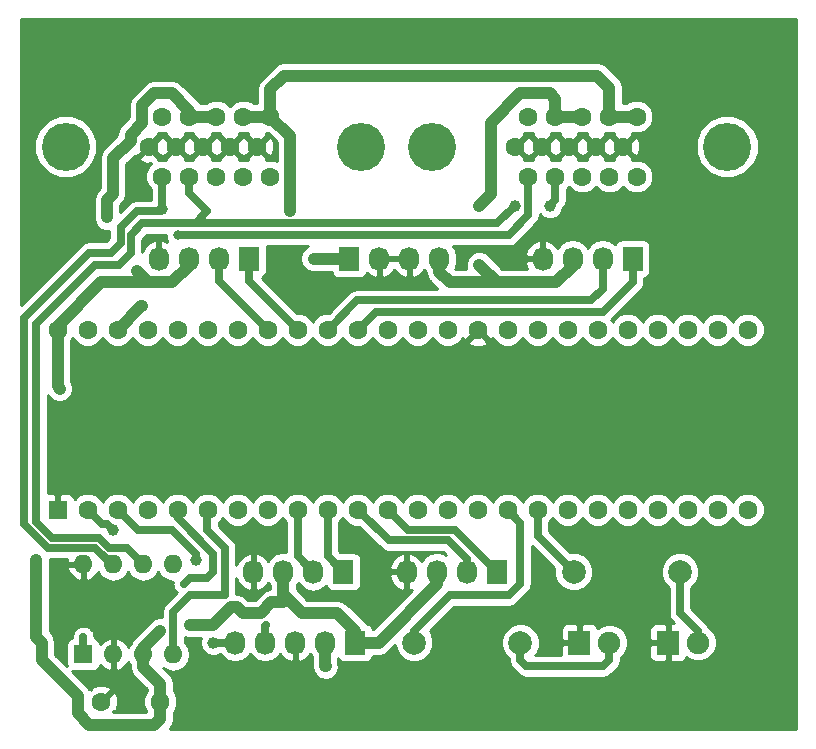
<source format=gbr>
G04 #@! TF.FileFunction,Copper,L2,Bot,Signal*
%FSLAX46Y46*%
G04 Gerber Fmt 4.6, Leading zero omitted, Abs format (unit mm)*
G04 Created by KiCad (PCBNEW 4.0.5) date Monday, January 30, 2017 'AMt' 11:03:50 AM*
%MOMM*%
%LPD*%
G01*
G04 APERTURE LIST*
%ADD10C,0.100000*%
%ADD11C,1.600000*%
%ADD12R,1.600000X1.600000*%
%ADD13R,1.727200X2.032000*%
%ADD14O,1.727200X2.032000*%
%ADD15R,1.900000X2.000000*%
%ADD16C,1.900000*%
%ADD17C,4.064000*%
%ADD18C,1.600200*%
%ADD19O,1.600000X1.600000*%
%ADD20C,2.000000*%
%ADD21C,1.000000*%
%ADD22C,0.800000*%
%ADD23C,0.600000*%
%ADD24C,0.650000*%
%ADD25C,1.000000*%
%ADD26C,0.254000*%
G04 APERTURE END LIST*
D10*
D11*
X193455001Y-123755000D03*
X195995001Y-123755000D03*
X198535001Y-123755000D03*
X201075001Y-123755000D03*
X190915001Y-123755000D03*
X188375001Y-123755000D03*
X185835001Y-123755000D03*
X203615001Y-123755000D03*
X206155001Y-123755000D03*
X208695001Y-123755000D03*
X211235001Y-123755000D03*
X211235001Y-108515000D03*
X208695001Y-108515000D03*
X206155001Y-108515000D03*
X203615001Y-108515000D03*
X201075001Y-108515000D03*
X198535001Y-108515000D03*
X195995001Y-108515000D03*
X193455001Y-108515000D03*
X183295001Y-123755000D03*
X180755001Y-123755000D03*
X178215001Y-123755000D03*
X175675001Y-123755000D03*
X173135001Y-123755000D03*
X170595001Y-123755000D03*
X168055001Y-123755000D03*
X165515001Y-123755000D03*
X162975001Y-123755000D03*
X160435001Y-123755000D03*
X157895001Y-123755000D03*
X155355001Y-123755000D03*
D12*
X152815001Y-123755000D03*
D11*
X190915001Y-108515000D03*
X188375001Y-108515000D03*
X185835001Y-108515000D03*
X183295001Y-108515000D03*
X180755001Y-108515000D03*
X178215001Y-108515000D03*
X175675001Y-108515000D03*
X173135001Y-108515000D03*
X170595001Y-108515000D03*
X168055001Y-108515000D03*
X165515001Y-108515000D03*
X162975001Y-108515000D03*
X160435001Y-108515000D03*
X157895001Y-108515000D03*
X155355001Y-108515000D03*
X152815001Y-108515000D03*
D13*
X169000000Y-102500000D03*
D14*
X166460000Y-102500000D03*
X163920000Y-102500000D03*
X161380000Y-102500000D03*
D15*
X197000000Y-135000000D03*
D16*
X199540000Y-135000000D03*
D15*
X204500000Y-135000000D03*
D16*
X207040000Y-135000000D03*
D17*
X153500660Y-93000000D03*
X178499340Y-93000000D03*
D18*
X170830000Y-90460000D03*
X169685000Y-93000000D03*
X168540000Y-90460000D03*
X166250000Y-90460000D03*
X163960000Y-90460000D03*
X161670000Y-90460000D03*
X167395000Y-93000000D03*
X165105000Y-93000000D03*
X162815000Y-93000000D03*
X160525000Y-93000000D03*
X170830000Y-95540000D03*
X168540000Y-95540000D03*
X166250000Y-95540000D03*
X163960000Y-95540000D03*
X161670000Y-95540000D03*
D17*
X184500660Y-93000000D03*
X209499340Y-93000000D03*
D18*
X201830000Y-90460000D03*
X200685000Y-93000000D03*
X199540000Y-90460000D03*
X197250000Y-90460000D03*
X194960000Y-90460000D03*
X192670000Y-90460000D03*
X198395000Y-93000000D03*
X196105000Y-93000000D03*
X193815000Y-93000000D03*
X191525000Y-93000000D03*
X201830000Y-95540000D03*
X199540000Y-95540000D03*
X197250000Y-95540000D03*
X194960000Y-95540000D03*
X192670000Y-95540000D03*
D13*
X177000000Y-129000000D03*
D14*
X174460000Y-129000000D03*
X171920000Y-129000000D03*
X169380000Y-129000000D03*
D13*
X190000000Y-129000000D03*
D14*
X187460000Y-129000000D03*
X184920000Y-129000000D03*
X182380000Y-129000000D03*
D13*
X201500000Y-102500000D03*
D14*
X198960000Y-102500000D03*
X196420000Y-102500000D03*
X193880000Y-102500000D03*
D13*
X178000000Y-135000000D03*
D14*
X175460000Y-135000000D03*
X172920000Y-135000000D03*
X170380000Y-135000000D03*
X167840000Y-135000000D03*
D12*
X155000000Y-136000000D03*
D19*
X162620000Y-128380000D03*
X157540000Y-136000000D03*
X160080000Y-128380000D03*
X160080000Y-136000000D03*
X157540000Y-128380000D03*
X162620000Y-136000000D03*
X155000000Y-128380000D03*
D20*
X196500000Y-129000000D03*
X205500000Y-129000000D03*
X183000000Y-135000000D03*
X192000000Y-135000000D03*
D13*
X177500000Y-102500000D03*
D14*
X180040000Y-102500000D03*
X182580000Y-102500000D03*
X185120000Y-102500000D03*
D11*
X161500000Y-140000000D03*
X156500000Y-140000000D03*
D21*
X174500000Y-102500000D03*
X172500000Y-98474998D03*
X153000000Y-113500000D03*
X151000000Y-128000000D03*
X161500000Y-134000000D03*
X164000000Y-133500000D03*
X159500000Y-103500000D03*
X157000000Y-99000000D03*
X188500000Y-103000000D03*
X188500000Y-98000000D03*
X194500000Y-98000000D03*
X191500000Y-98000000D03*
X161670000Y-98330000D03*
D22*
X163000000Y-100500000D03*
D23*
X175500000Y-137000000D03*
D21*
X160000000Y-106500000D03*
D23*
X170500000Y-133500000D03*
D21*
X157500000Y-125500000D03*
X164500000Y-128000000D03*
X166000000Y-135000000D03*
D23*
X163500000Y-130000000D03*
X155000000Y-134500000D03*
D24*
X192000000Y-135000000D02*
X192000000Y-136500000D01*
X199540000Y-136460000D02*
X199540000Y-135000000D01*
X199000000Y-137000000D02*
X199540000Y-136460000D01*
X192500000Y-137000000D02*
X199000000Y-137000000D01*
X192000000Y-136500000D02*
X192500000Y-137000000D01*
X205500000Y-129000000D02*
X205500000Y-132500000D01*
X207040000Y-134040000D02*
X207040000Y-135000000D01*
X205500000Y-132500000D02*
X207040000Y-134040000D01*
D25*
X172500000Y-92130000D02*
X172500000Y-98474998D01*
X170830000Y-90460000D02*
X172500000Y-92130000D01*
X174500000Y-102500000D02*
X177500000Y-102500000D01*
X170830000Y-90460000D02*
X170830000Y-88170000D01*
X199540000Y-88040000D02*
X199540000Y-90460000D01*
X198500000Y-87000000D02*
X199540000Y-88040000D01*
X172000000Y-87000000D02*
X198500000Y-87000000D01*
X170830000Y-88170000D02*
X172000000Y-87000000D01*
X199540000Y-90460000D02*
X201830000Y-90460000D01*
X168540000Y-90460000D02*
X170830000Y-90460000D01*
X154500000Y-139500000D02*
X151500000Y-136500000D01*
X153000000Y-113500000D02*
X152815001Y-113315001D01*
X152815001Y-108515000D02*
X152815001Y-113315001D01*
X161500000Y-141500000D02*
X161500000Y-140000000D01*
X161000000Y-142000000D02*
X161500000Y-141500000D01*
X155500000Y-142000000D02*
X161000000Y-142000000D01*
X154500000Y-141000000D02*
X155500000Y-142000000D01*
X154500000Y-139500000D02*
X154500000Y-141000000D01*
X151000000Y-134500000D02*
X151000000Y-128000000D01*
X151500000Y-135000000D02*
X151000000Y-134500000D01*
X151500000Y-136500000D02*
X151500000Y-135000000D01*
X166000000Y-133500000D02*
X164000000Y-133500000D01*
X170920000Y-131580000D02*
X170000000Y-132500000D01*
X170000000Y-132500000D02*
X168500000Y-132500000D01*
X168500000Y-132500000D02*
X168000000Y-132000000D01*
X168000000Y-132000000D02*
X167500000Y-132000000D01*
X167500000Y-132000000D02*
X166000000Y-133500000D01*
X171920000Y-129000000D02*
X171920000Y-131580000D01*
X171920000Y-131580000D02*
X170920000Y-131580000D01*
X161500000Y-134000000D02*
X160080000Y-135420000D01*
X160080000Y-135420000D02*
X160080000Y-136000000D01*
X161500000Y-140000000D02*
X161500000Y-138500000D01*
X160080000Y-137080000D02*
X160080000Y-136000000D01*
X161500000Y-138500000D02*
X160080000Y-137080000D01*
X160500000Y-104500000D02*
X156500000Y-104500000D01*
X156500000Y-104500000D02*
X152815001Y-108184999D01*
X152815001Y-108184999D02*
X152815001Y-108515000D01*
X163960000Y-89960000D02*
X162500000Y-88500000D01*
X161000000Y-88500000D02*
X162500000Y-88500000D01*
X160000000Y-89500000D02*
X161000000Y-88500000D01*
X160000000Y-91000000D02*
X160000000Y-89500000D01*
X159000000Y-92000000D02*
X160000000Y-91000000D01*
X159000000Y-92500000D02*
X159000000Y-92000000D01*
X157500000Y-94000000D02*
X159000000Y-92500000D01*
X157500000Y-97000000D02*
X157500000Y-94000000D01*
X157000000Y-97500000D02*
X157500000Y-97000000D01*
X157000000Y-99000000D02*
X157000000Y-97500000D01*
X162500000Y-104500000D02*
X163920000Y-103080000D01*
X160500000Y-104500000D02*
X162500000Y-104500000D01*
X159500000Y-103500000D02*
X160500000Y-104500000D01*
X196420000Y-102500000D02*
X196420000Y-103080000D01*
X196420000Y-103080000D02*
X195000000Y-104500000D01*
X195000000Y-104500000D02*
X190000000Y-104500000D01*
X190000000Y-104500000D02*
X188500000Y-103000000D01*
X188500000Y-98000000D02*
X189500000Y-97000000D01*
X189500000Y-97000000D02*
X189500000Y-91000000D01*
X189500000Y-91000000D02*
X192000000Y-88500000D01*
X192000000Y-88500000D02*
X194500000Y-88500000D01*
X194500000Y-88500000D02*
X194960000Y-88960000D01*
X194960000Y-88960000D02*
X194960000Y-90460000D01*
X163920000Y-103080000D02*
X163920000Y-102500000D01*
X196420000Y-103080000D02*
X195000000Y-104500000D01*
X185120000Y-103620000D02*
X185120000Y-102500000D01*
X186000000Y-104500000D02*
X185120000Y-103620000D01*
X195000000Y-104500000D02*
X186000000Y-104500000D01*
X163960000Y-89960000D02*
X163960000Y-90460000D01*
X163960000Y-90460000D02*
X163960000Y-89960000D01*
X194960000Y-90460000D02*
X197250000Y-90460000D01*
X163960000Y-90460000D02*
X166250000Y-90460000D01*
X178000000Y-135000000D02*
X180000000Y-135000000D01*
X184920000Y-130080000D02*
X184920000Y-129000000D01*
X180000000Y-135000000D02*
X184920000Y-130080000D01*
X178000000Y-135000000D02*
X178000000Y-134000000D01*
X178000000Y-134000000D02*
X176500000Y-132500000D01*
X176500000Y-132500000D02*
X173500000Y-132500000D01*
X173500000Y-132500000D02*
X171920000Y-130920000D01*
X171920000Y-130920000D02*
X171920000Y-129000000D01*
X160080000Y-136000000D02*
X160080000Y-135920000D01*
D24*
X158700000Y-127000000D02*
X157202084Y-127000000D01*
X160080000Y-128380000D02*
X158700000Y-127000000D01*
X151000000Y-124797916D02*
X151000000Y-108000000D01*
X151000000Y-108000000D02*
X156000000Y-103000000D01*
X159000000Y-100500000D02*
X160000000Y-99500000D01*
X160000000Y-99500000D02*
X164500000Y-99500000D01*
X159000000Y-102000000D02*
X159000000Y-100500000D01*
X158000000Y-103000000D02*
X159000000Y-102000000D01*
X156000000Y-103000000D02*
X158000000Y-103000000D01*
X152352082Y-126149998D02*
X151000000Y-124797916D01*
X156352082Y-126149998D02*
X152352082Y-126149998D01*
X157202084Y-127000000D02*
X156352082Y-126149998D01*
X164500000Y-99500000D02*
X190000000Y-99500000D01*
X194960000Y-97540000D02*
X194960000Y-95540000D01*
X194500000Y-98000000D02*
X194960000Y-97540000D01*
X190000000Y-99500000D02*
X191500000Y-98000000D01*
X163960000Y-96960000D02*
X163960000Y-95540000D01*
X165500000Y-98500000D02*
X163960000Y-96960000D01*
X164500000Y-99500000D02*
X165500000Y-98500000D01*
X163960000Y-95540000D02*
X163960000Y-95960000D01*
X152000000Y-127000000D02*
X156000000Y-127000000D01*
X152000000Y-127000000D02*
X150000000Y-125000000D01*
X150000000Y-107500000D02*
X155500000Y-102000000D01*
X150000000Y-107500000D02*
X150000000Y-125000000D01*
X158148958Y-99851042D02*
X158148958Y-101148958D01*
X159500000Y-98500000D02*
X158148958Y-99851042D01*
X161500000Y-98500000D02*
X159500000Y-98500000D01*
X161670000Y-98330000D02*
X161500000Y-98500000D01*
X157297916Y-102000000D02*
X158148958Y-101148958D01*
X155500000Y-102000000D02*
X157297916Y-102000000D01*
X156000000Y-127000000D02*
X157380000Y-128380000D01*
X157380000Y-128380000D02*
X157540000Y-128380000D01*
X163000000Y-100500000D02*
X191000000Y-100500000D01*
X191000000Y-100500000D02*
X192670000Y-98830000D01*
X192670000Y-98830000D02*
X192670000Y-95540000D01*
X161670000Y-95540000D02*
X161670000Y-98330000D01*
X175675001Y-123755000D02*
X175675001Y-127675001D01*
X175675001Y-127675001D02*
X177000000Y-129000000D01*
X173135001Y-123755000D02*
X173135001Y-127675001D01*
X173135001Y-127675001D02*
X174460000Y-129000000D01*
X180755001Y-123755000D02*
X180755001Y-123755001D01*
X180755001Y-123755001D02*
X182500000Y-125500000D01*
X182500000Y-125500000D02*
X186500000Y-125500000D01*
X186500000Y-125500000D02*
X190000000Y-129000000D01*
X178215001Y-123755000D02*
X178255000Y-123755000D01*
X178255000Y-123755000D02*
X180850002Y-126350002D01*
X187460000Y-127960000D02*
X187460000Y-129000000D01*
X185850002Y-126350002D02*
X187460000Y-127960000D01*
X180850002Y-126350002D02*
X185850002Y-126350002D01*
X201500000Y-102500000D02*
X201500000Y-104500000D01*
X179730001Y-107000000D02*
X178215001Y-108515000D01*
X199000000Y-107000000D02*
X179730001Y-107000000D01*
X201500000Y-104500000D02*
X199000000Y-107000000D01*
X198960000Y-102500000D02*
X198960000Y-105040000D01*
X178190001Y-106000000D02*
X175675001Y-108515000D01*
X198000000Y-106000000D02*
X178190001Y-106000000D01*
X198960000Y-105040000D02*
X198000000Y-106000000D01*
X175675001Y-108515000D02*
X175675001Y-108675001D01*
X169000000Y-102500000D02*
X169000000Y-104379999D01*
X169000000Y-104379999D02*
X173135001Y-108515000D01*
X166460000Y-102500000D02*
X166460000Y-104379999D01*
X166460000Y-104379999D02*
X170595001Y-108515000D01*
X170500000Y-108419999D02*
X170595001Y-108515000D01*
X170515000Y-108515000D02*
X170595001Y-108515000D01*
D25*
X175500000Y-137000000D02*
X175460000Y-136960000D01*
X175460000Y-136960000D02*
X175460000Y-135000000D01*
X160000000Y-106500000D02*
X159910001Y-106500000D01*
X159910001Y-106500000D02*
X157895001Y-108515000D01*
D24*
X170500000Y-133500000D02*
X170380000Y-133620000D01*
X170380000Y-133620000D02*
X170380000Y-135000000D01*
X156600001Y-125000000D02*
X155355001Y-123755000D01*
X157000000Y-125000000D02*
X156600001Y-125000000D01*
X157500000Y-125500000D02*
X157000000Y-125000000D01*
X155355001Y-123755000D02*
X155605002Y-123755000D01*
X157895001Y-123755000D02*
X159640001Y-125500000D01*
X162500000Y-125500000D02*
X159640001Y-125500000D01*
X164500000Y-127500000D02*
X162500000Y-125500000D01*
X164500000Y-128000000D02*
X164500000Y-127500000D01*
X166000000Y-135000000D02*
X167840000Y-135000000D01*
X163500000Y-130000000D02*
X164000000Y-129500000D01*
X164000000Y-129500000D02*
X165500000Y-129500000D01*
X165500000Y-129500000D02*
X166000000Y-129000000D01*
X166000000Y-129000000D02*
X166000000Y-127500000D01*
X162975001Y-124475001D02*
X166000000Y-127500000D01*
X155000000Y-134500000D02*
X155000000Y-136000000D01*
X162975001Y-124475001D02*
X162975001Y-123755000D01*
X167000000Y-131000000D02*
X164000000Y-131000000D01*
X167000000Y-131000000D02*
X167000000Y-127000000D01*
X167000000Y-127000000D02*
X165500000Y-125500000D01*
X165500000Y-123770001D02*
X165500000Y-125500000D01*
X162620000Y-132380000D02*
X162620000Y-136000000D01*
X164000000Y-131000000D02*
X162620000Y-132380000D01*
X165500000Y-123770001D02*
X165515001Y-123755000D01*
X193455001Y-123755000D02*
X193455001Y-125955001D01*
X193455001Y-125955001D02*
X196500000Y-129000000D01*
X183000000Y-135000000D02*
X183000000Y-134000000D01*
X183000000Y-134000000D02*
X186000000Y-131000000D01*
X186000000Y-131000000D02*
X191000000Y-131000000D01*
X191000000Y-131000000D02*
X192000000Y-130000000D01*
X192000000Y-130000000D02*
X192000000Y-124839999D01*
X192000000Y-124839999D02*
X190915001Y-123755000D01*
D26*
G36*
X215290000Y-142290000D02*
X162310962Y-142290000D01*
X162414530Y-142135000D01*
X162548603Y-141934346D01*
X162635000Y-141500000D01*
X162635000Y-140894606D01*
X162715824Y-140813923D01*
X162934750Y-140286691D01*
X162935248Y-139715813D01*
X162717243Y-139188200D01*
X162635000Y-139105813D01*
X162635000Y-138500000D01*
X162548603Y-138065654D01*
X162302566Y-137697434D01*
X161733808Y-137128676D01*
X162070849Y-137353880D01*
X162620000Y-137463113D01*
X163169151Y-137353880D01*
X163634698Y-137042811D01*
X163945767Y-136577264D01*
X164055000Y-136028113D01*
X164055000Y-135971887D01*
X163945767Y-135422736D01*
X163634698Y-134957189D01*
X163580000Y-134920641D01*
X163580000Y-134554561D01*
X163773244Y-134634803D01*
X164224775Y-134635197D01*
X164225252Y-134635000D01*
X164922601Y-134635000D01*
X164865197Y-134773244D01*
X164864803Y-135224775D01*
X165037233Y-135642086D01*
X165356235Y-135961645D01*
X165773244Y-136134803D01*
X166224775Y-136135197D01*
X166602945Y-135978940D01*
X166780330Y-136244415D01*
X167266511Y-136569271D01*
X167840000Y-136683345D01*
X168413489Y-136569271D01*
X168899670Y-136244415D01*
X169110000Y-135929634D01*
X169320330Y-136244415D01*
X169806511Y-136569271D01*
X170380000Y-136683345D01*
X170953489Y-136569271D01*
X171439670Y-136244415D01*
X171646461Y-135934931D01*
X172017964Y-136350732D01*
X172545209Y-136604709D01*
X172560974Y-136607358D01*
X172793000Y-136486217D01*
X172793000Y-135127000D01*
X172773000Y-135127000D01*
X172773000Y-134873000D01*
X172793000Y-134873000D01*
X172793000Y-134853000D01*
X173047000Y-134853000D01*
X173047000Y-134873000D01*
X173067000Y-134873000D01*
X173067000Y-135127000D01*
X173047000Y-135127000D01*
X173047000Y-136486217D01*
X173279026Y-136607358D01*
X173294791Y-136604709D01*
X173822036Y-136350732D01*
X174193539Y-135934931D01*
X174325000Y-136131676D01*
X174325000Y-136960000D01*
X174411397Y-137394346D01*
X174572197Y-137635000D01*
X174657434Y-137762566D01*
X174697434Y-137802567D01*
X175065655Y-138048604D01*
X175500000Y-138135000D01*
X175934346Y-138048604D01*
X176302567Y-137802567D01*
X176548604Y-137434346D01*
X176635000Y-137000000D01*
X176595000Y-136798905D01*
X176595000Y-136347298D01*
X176672310Y-136467441D01*
X176884510Y-136612431D01*
X177136400Y-136663440D01*
X178863600Y-136663440D01*
X179098917Y-136619162D01*
X179315041Y-136480090D01*
X179460031Y-136267890D01*
X179486942Y-136135000D01*
X180000000Y-136135000D01*
X180434346Y-136048603D01*
X180802566Y-135802566D01*
X181364789Y-135240343D01*
X181364716Y-135323795D01*
X181613106Y-135924943D01*
X182072637Y-136385278D01*
X182673352Y-136634716D01*
X183323795Y-136635284D01*
X183924943Y-136386894D01*
X184385278Y-135927363D01*
X184634716Y-135326648D01*
X184634718Y-135323795D01*
X190364716Y-135323795D01*
X190613106Y-135924943D01*
X191040000Y-136352584D01*
X191040000Y-136499995D01*
X191039999Y-136500000D01*
X191113076Y-136867376D01*
X191321177Y-137178823D01*
X191821175Y-137678820D01*
X191821177Y-137678823D01*
X192006374Y-137802567D01*
X192132624Y-137886924D01*
X192500000Y-137960001D01*
X192500005Y-137960000D01*
X198999995Y-137960000D01*
X199000000Y-137960001D01*
X199367376Y-137886924D01*
X199678823Y-137678823D01*
X200218820Y-137138825D01*
X200218823Y-137138823D01*
X200426924Y-136827376D01*
X200500000Y-136460000D01*
X200500000Y-136281249D01*
X200882914Y-135899003D01*
X201124724Y-135316659D01*
X201124751Y-135285750D01*
X202915000Y-135285750D01*
X202915000Y-136126309D01*
X203011673Y-136359698D01*
X203190301Y-136538327D01*
X203423690Y-136635000D01*
X204214250Y-136635000D01*
X204373000Y-136476250D01*
X204373000Y-135127000D01*
X203073750Y-135127000D01*
X202915000Y-135285750D01*
X201124751Y-135285750D01*
X201125275Y-134686107D01*
X200884481Y-134103343D01*
X200655230Y-133873691D01*
X202915000Y-133873691D01*
X202915000Y-134714250D01*
X203073750Y-134873000D01*
X204373000Y-134873000D01*
X204373000Y-133523750D01*
X204214250Y-133365000D01*
X203423690Y-133365000D01*
X203190301Y-133461673D01*
X203011673Y-133640302D01*
X202915000Y-133873691D01*
X200655230Y-133873691D01*
X200439003Y-133657086D01*
X199856659Y-133415276D01*
X199226107Y-133414725D01*
X198643343Y-133655519D01*
X198538133Y-133760545D01*
X198488327Y-133640302D01*
X198309699Y-133461673D01*
X198076310Y-133365000D01*
X197285750Y-133365000D01*
X197127000Y-133523750D01*
X197127000Y-134873000D01*
X197147000Y-134873000D01*
X197147000Y-135127000D01*
X197127000Y-135127000D01*
X197127000Y-135147000D01*
X196873000Y-135147000D01*
X196873000Y-135127000D01*
X195573750Y-135127000D01*
X195415000Y-135285750D01*
X195415000Y-136040000D01*
X193272444Y-136040000D01*
X193385278Y-135927363D01*
X193634716Y-135326648D01*
X193635284Y-134676205D01*
X193386894Y-134075057D01*
X193185880Y-133873691D01*
X195415000Y-133873691D01*
X195415000Y-134714250D01*
X195573750Y-134873000D01*
X196873000Y-134873000D01*
X196873000Y-133523750D01*
X196714250Y-133365000D01*
X195923690Y-133365000D01*
X195690301Y-133461673D01*
X195511673Y-133640302D01*
X195415000Y-133873691D01*
X193185880Y-133873691D01*
X192927363Y-133614722D01*
X192326648Y-133365284D01*
X191676205Y-133364716D01*
X191075057Y-133613106D01*
X190614722Y-134072637D01*
X190365284Y-134673352D01*
X190364716Y-135323795D01*
X184634718Y-135323795D01*
X184635284Y-134676205D01*
X184386894Y-134075057D01*
X184334787Y-134022859D01*
X186397645Y-131960000D01*
X190999995Y-131960000D01*
X191000000Y-131960001D01*
X191367376Y-131886924D01*
X191678823Y-131678823D01*
X192678820Y-130678825D01*
X192678823Y-130678823D01*
X192886924Y-130367376D01*
X192911383Y-130244415D01*
X192960001Y-130000000D01*
X192960000Y-129999995D01*
X192960000Y-126817646D01*
X194865241Y-128722886D01*
X194864716Y-129323795D01*
X195113106Y-129924943D01*
X195572637Y-130385278D01*
X196173352Y-130634716D01*
X196823795Y-130635284D01*
X197424943Y-130386894D01*
X197885278Y-129927363D01*
X198134716Y-129326648D01*
X198134718Y-129323795D01*
X203864716Y-129323795D01*
X204113106Y-129924943D01*
X204540000Y-130352584D01*
X204540000Y-132499995D01*
X204539999Y-132500000D01*
X204613076Y-132867376D01*
X204821177Y-133178823D01*
X205007354Y-133365000D01*
X204785750Y-133365000D01*
X204627000Y-133523750D01*
X204627000Y-134873000D01*
X204647000Y-134873000D01*
X204647000Y-135127000D01*
X204627000Y-135127000D01*
X204627000Y-136476250D01*
X204785750Y-136635000D01*
X205576310Y-136635000D01*
X205809699Y-136538327D01*
X205988327Y-136359698D01*
X206038012Y-136239749D01*
X206140997Y-136342914D01*
X206723341Y-136584724D01*
X207353893Y-136585275D01*
X207936657Y-136344481D01*
X208382914Y-135899003D01*
X208624724Y-135316659D01*
X208625275Y-134686107D01*
X208384481Y-134103343D01*
X207939003Y-133657086D01*
X207907917Y-133644178D01*
X207888235Y-133614722D01*
X207718823Y-133361177D01*
X207718820Y-133361175D01*
X206460000Y-132102354D01*
X206460000Y-130351898D01*
X206885278Y-129927363D01*
X207134716Y-129326648D01*
X207135284Y-128676205D01*
X206886894Y-128075057D01*
X206427363Y-127614722D01*
X205826648Y-127365284D01*
X205176205Y-127364716D01*
X204575057Y-127613106D01*
X204114722Y-128072637D01*
X203865284Y-128673352D01*
X203864716Y-129323795D01*
X198134718Y-129323795D01*
X198135284Y-128676205D01*
X197886894Y-128075057D01*
X197427363Y-127614722D01*
X196826648Y-127365284D01*
X196222402Y-127364756D01*
X194415001Y-125557355D01*
X194415001Y-124824301D01*
X194670825Y-124568923D01*
X194724863Y-124438785D01*
X194777758Y-124566800D01*
X195181078Y-124970824D01*
X195708310Y-125189750D01*
X196279188Y-125190248D01*
X196806801Y-124972243D01*
X197210825Y-124568923D01*
X197264863Y-124438785D01*
X197317758Y-124566800D01*
X197721078Y-124970824D01*
X198248310Y-125189750D01*
X198819188Y-125190248D01*
X199346801Y-124972243D01*
X199750825Y-124568923D01*
X199804863Y-124438785D01*
X199857758Y-124566800D01*
X200261078Y-124970824D01*
X200788310Y-125189750D01*
X201359188Y-125190248D01*
X201886801Y-124972243D01*
X202290825Y-124568923D01*
X202344863Y-124438785D01*
X202397758Y-124566800D01*
X202801078Y-124970824D01*
X203328310Y-125189750D01*
X203899188Y-125190248D01*
X204426801Y-124972243D01*
X204830825Y-124568923D01*
X204884863Y-124438785D01*
X204937758Y-124566800D01*
X205341078Y-124970824D01*
X205868310Y-125189750D01*
X206439188Y-125190248D01*
X206966801Y-124972243D01*
X207370825Y-124568923D01*
X207424863Y-124438785D01*
X207477758Y-124566800D01*
X207881078Y-124970824D01*
X208408310Y-125189750D01*
X208979188Y-125190248D01*
X209506801Y-124972243D01*
X209910825Y-124568923D01*
X209964863Y-124438785D01*
X210017758Y-124566800D01*
X210421078Y-124970824D01*
X210948310Y-125189750D01*
X211519188Y-125190248D01*
X212046801Y-124972243D01*
X212450825Y-124568923D01*
X212669751Y-124041691D01*
X212670249Y-123470813D01*
X212452244Y-122943200D01*
X212048924Y-122539176D01*
X211521692Y-122320250D01*
X210950814Y-122319752D01*
X210423201Y-122537757D01*
X210019177Y-122941077D01*
X209965139Y-123071215D01*
X209912244Y-122943200D01*
X209508924Y-122539176D01*
X208981692Y-122320250D01*
X208410814Y-122319752D01*
X207883201Y-122537757D01*
X207479177Y-122941077D01*
X207425139Y-123071215D01*
X207372244Y-122943200D01*
X206968924Y-122539176D01*
X206441692Y-122320250D01*
X205870814Y-122319752D01*
X205343201Y-122537757D01*
X204939177Y-122941077D01*
X204885139Y-123071215D01*
X204832244Y-122943200D01*
X204428924Y-122539176D01*
X203901692Y-122320250D01*
X203330814Y-122319752D01*
X202803201Y-122537757D01*
X202399177Y-122941077D01*
X202345139Y-123071215D01*
X202292244Y-122943200D01*
X201888924Y-122539176D01*
X201361692Y-122320250D01*
X200790814Y-122319752D01*
X200263201Y-122537757D01*
X199859177Y-122941077D01*
X199805139Y-123071215D01*
X199752244Y-122943200D01*
X199348924Y-122539176D01*
X198821692Y-122320250D01*
X198250814Y-122319752D01*
X197723201Y-122537757D01*
X197319177Y-122941077D01*
X197265139Y-123071215D01*
X197212244Y-122943200D01*
X196808924Y-122539176D01*
X196281692Y-122320250D01*
X195710814Y-122319752D01*
X195183201Y-122537757D01*
X194779177Y-122941077D01*
X194725139Y-123071215D01*
X194672244Y-122943200D01*
X194268924Y-122539176D01*
X193741692Y-122320250D01*
X193170814Y-122319752D01*
X192643201Y-122537757D01*
X192239177Y-122941077D01*
X192185139Y-123071215D01*
X192132244Y-122943200D01*
X191728924Y-122539176D01*
X191201692Y-122320250D01*
X190630814Y-122319752D01*
X190103201Y-122537757D01*
X189699177Y-122941077D01*
X189645139Y-123071215D01*
X189592244Y-122943200D01*
X189188924Y-122539176D01*
X188661692Y-122320250D01*
X188090814Y-122319752D01*
X187563201Y-122537757D01*
X187159177Y-122941077D01*
X187105139Y-123071215D01*
X187052244Y-122943200D01*
X186648924Y-122539176D01*
X186121692Y-122320250D01*
X185550814Y-122319752D01*
X185023201Y-122537757D01*
X184619177Y-122941077D01*
X184565139Y-123071215D01*
X184512244Y-122943200D01*
X184108924Y-122539176D01*
X183581692Y-122320250D01*
X183010814Y-122319752D01*
X182483201Y-122537757D01*
X182079177Y-122941077D01*
X182025139Y-123071215D01*
X181972244Y-122943200D01*
X181568924Y-122539176D01*
X181041692Y-122320250D01*
X180470814Y-122319752D01*
X179943201Y-122537757D01*
X179539177Y-122941077D01*
X179485139Y-123071215D01*
X179432244Y-122943200D01*
X179028924Y-122539176D01*
X178501692Y-122320250D01*
X177930814Y-122319752D01*
X177403201Y-122537757D01*
X176999177Y-122941077D01*
X176945139Y-123071215D01*
X176892244Y-122943200D01*
X176488924Y-122539176D01*
X175961692Y-122320250D01*
X175390814Y-122319752D01*
X174863201Y-122537757D01*
X174459177Y-122941077D01*
X174405139Y-123071215D01*
X174352244Y-122943200D01*
X173948924Y-122539176D01*
X173421692Y-122320250D01*
X172850814Y-122319752D01*
X172323201Y-122537757D01*
X171919177Y-122941077D01*
X171865139Y-123071215D01*
X171812244Y-122943200D01*
X171408924Y-122539176D01*
X170881692Y-122320250D01*
X170310814Y-122319752D01*
X169783201Y-122537757D01*
X169379177Y-122941077D01*
X169325139Y-123071215D01*
X169272244Y-122943200D01*
X168868924Y-122539176D01*
X168341692Y-122320250D01*
X167770814Y-122319752D01*
X167243201Y-122537757D01*
X166839177Y-122941077D01*
X166785139Y-123071215D01*
X166732244Y-122943200D01*
X166328924Y-122539176D01*
X165801692Y-122320250D01*
X165230814Y-122319752D01*
X164703201Y-122537757D01*
X164299177Y-122941077D01*
X164245139Y-123071215D01*
X164192244Y-122943200D01*
X163788924Y-122539176D01*
X163261692Y-122320250D01*
X162690814Y-122319752D01*
X162163201Y-122537757D01*
X161759177Y-122941077D01*
X161705139Y-123071215D01*
X161652244Y-122943200D01*
X161248924Y-122539176D01*
X160721692Y-122320250D01*
X160150814Y-122319752D01*
X159623201Y-122537757D01*
X159219177Y-122941077D01*
X159165139Y-123071215D01*
X159112244Y-122943200D01*
X158708924Y-122539176D01*
X158181692Y-122320250D01*
X157610814Y-122319752D01*
X157083201Y-122537757D01*
X156679177Y-122941077D01*
X156625139Y-123071215D01*
X156572244Y-122943200D01*
X156168924Y-122539176D01*
X155641692Y-122320250D01*
X155070814Y-122319752D01*
X154543201Y-122537757D01*
X154250001Y-122830446D01*
X154250001Y-122828690D01*
X154153328Y-122595301D01*
X153974699Y-122416673D01*
X153741310Y-122320000D01*
X153100751Y-122320000D01*
X152942001Y-122478750D01*
X152942001Y-123628000D01*
X152962001Y-123628000D01*
X152962001Y-123882000D01*
X152942001Y-123882000D01*
X152942001Y-123902000D01*
X152688001Y-123902000D01*
X152688001Y-123882000D01*
X152668001Y-123882000D01*
X152668001Y-123628000D01*
X152688001Y-123628000D01*
X152688001Y-122478750D01*
X152529251Y-122320000D01*
X151960000Y-122320000D01*
X151960000Y-114039092D01*
X152012435Y-114117567D01*
X152197020Y-114302152D01*
X152356235Y-114461645D01*
X152773244Y-114634803D01*
X153224775Y-114635197D01*
X153642086Y-114462767D01*
X153961645Y-114143765D01*
X154134803Y-113726756D01*
X154135197Y-113275225D01*
X153962767Y-112857914D01*
X153950001Y-112845126D01*
X153950001Y-109409606D01*
X154030825Y-109328923D01*
X154084863Y-109198785D01*
X154137758Y-109326800D01*
X154541078Y-109730824D01*
X155068310Y-109949750D01*
X155639188Y-109950248D01*
X156166801Y-109732243D01*
X156570825Y-109328923D01*
X156624863Y-109198785D01*
X156677758Y-109326800D01*
X157081078Y-109730824D01*
X157608310Y-109949750D01*
X158179188Y-109950248D01*
X158706801Y-109732243D01*
X159110825Y-109328923D01*
X159164863Y-109198785D01*
X159217758Y-109326800D01*
X159621078Y-109730824D01*
X160148310Y-109949750D01*
X160719188Y-109950248D01*
X161246801Y-109732243D01*
X161650825Y-109328923D01*
X161704863Y-109198785D01*
X161757758Y-109326800D01*
X162161078Y-109730824D01*
X162688310Y-109949750D01*
X163259188Y-109950248D01*
X163786801Y-109732243D01*
X164190825Y-109328923D01*
X164244863Y-109198785D01*
X164297758Y-109326800D01*
X164701078Y-109730824D01*
X165228310Y-109949750D01*
X165799188Y-109950248D01*
X166326801Y-109732243D01*
X166730825Y-109328923D01*
X166784863Y-109198785D01*
X166837758Y-109326800D01*
X167241078Y-109730824D01*
X167768310Y-109949750D01*
X168339188Y-109950248D01*
X168866801Y-109732243D01*
X169270825Y-109328923D01*
X169324863Y-109198785D01*
X169377758Y-109326800D01*
X169781078Y-109730824D01*
X170308310Y-109949750D01*
X170879188Y-109950248D01*
X171406801Y-109732243D01*
X171810825Y-109328923D01*
X171864863Y-109198785D01*
X171917758Y-109326800D01*
X172321078Y-109730824D01*
X172848310Y-109949750D01*
X173419188Y-109950248D01*
X173946801Y-109732243D01*
X174350825Y-109328923D01*
X174404863Y-109198785D01*
X174457758Y-109326800D01*
X174861078Y-109730824D01*
X175388310Y-109949750D01*
X175959188Y-109950248D01*
X176486801Y-109732243D01*
X176890825Y-109328923D01*
X176944863Y-109198785D01*
X176997758Y-109326800D01*
X177401078Y-109730824D01*
X177928310Y-109949750D01*
X178499188Y-109950248D01*
X179026801Y-109732243D01*
X179430825Y-109328923D01*
X179484863Y-109198785D01*
X179537758Y-109326800D01*
X179941078Y-109730824D01*
X180468310Y-109949750D01*
X181039188Y-109950248D01*
X181566801Y-109732243D01*
X181970825Y-109328923D01*
X182024863Y-109198785D01*
X182077758Y-109326800D01*
X182481078Y-109730824D01*
X183008310Y-109949750D01*
X183579188Y-109950248D01*
X184106801Y-109732243D01*
X184510825Y-109328923D01*
X184564863Y-109198785D01*
X184617758Y-109326800D01*
X185021078Y-109730824D01*
X185548310Y-109949750D01*
X186119188Y-109950248D01*
X186646801Y-109732243D01*
X186856664Y-109522745D01*
X187546862Y-109522745D01*
X187620996Y-109768864D01*
X188158224Y-109961965D01*
X188728455Y-109934778D01*
X189129006Y-109768864D01*
X189203140Y-109522745D01*
X188375001Y-108694605D01*
X187546862Y-109522745D01*
X186856664Y-109522745D01*
X187050825Y-109328923D01*
X187098449Y-109214232D01*
X187121137Y-109269005D01*
X187367256Y-109343139D01*
X188195396Y-108515000D01*
X188181253Y-108500858D01*
X188360859Y-108321253D01*
X188375001Y-108335395D01*
X188389144Y-108321253D01*
X188568749Y-108500858D01*
X188554606Y-108515000D01*
X189382746Y-109343139D01*
X189628865Y-109269005D01*
X189649806Y-109210746D01*
X189697758Y-109326800D01*
X190101078Y-109730824D01*
X190628310Y-109949750D01*
X191199188Y-109950248D01*
X191726801Y-109732243D01*
X192130825Y-109328923D01*
X192184863Y-109198785D01*
X192237758Y-109326800D01*
X192641078Y-109730824D01*
X193168310Y-109949750D01*
X193739188Y-109950248D01*
X194266801Y-109732243D01*
X194670825Y-109328923D01*
X194724863Y-109198785D01*
X194777758Y-109326800D01*
X195181078Y-109730824D01*
X195708310Y-109949750D01*
X196279188Y-109950248D01*
X196806801Y-109732243D01*
X197210825Y-109328923D01*
X197264863Y-109198785D01*
X197317758Y-109326800D01*
X197721078Y-109730824D01*
X198248310Y-109949750D01*
X198819188Y-109950248D01*
X199346801Y-109732243D01*
X199750825Y-109328923D01*
X199804863Y-109198785D01*
X199857758Y-109326800D01*
X200261078Y-109730824D01*
X200788310Y-109949750D01*
X201359188Y-109950248D01*
X201886801Y-109732243D01*
X202290825Y-109328923D01*
X202344863Y-109198785D01*
X202397758Y-109326800D01*
X202801078Y-109730824D01*
X203328310Y-109949750D01*
X203899188Y-109950248D01*
X204426801Y-109732243D01*
X204830825Y-109328923D01*
X204884863Y-109198785D01*
X204937758Y-109326800D01*
X205341078Y-109730824D01*
X205868310Y-109949750D01*
X206439188Y-109950248D01*
X206966801Y-109732243D01*
X207370825Y-109328923D01*
X207424863Y-109198785D01*
X207477758Y-109326800D01*
X207881078Y-109730824D01*
X208408310Y-109949750D01*
X208979188Y-109950248D01*
X209506801Y-109732243D01*
X209910825Y-109328923D01*
X209964863Y-109198785D01*
X210017758Y-109326800D01*
X210421078Y-109730824D01*
X210948310Y-109949750D01*
X211519188Y-109950248D01*
X212046801Y-109732243D01*
X212450825Y-109328923D01*
X212669751Y-108801691D01*
X212670249Y-108230813D01*
X212452244Y-107703200D01*
X212048924Y-107299176D01*
X211521692Y-107080250D01*
X210950814Y-107079752D01*
X210423201Y-107297757D01*
X210019177Y-107701077D01*
X209965139Y-107831215D01*
X209912244Y-107703200D01*
X209508924Y-107299176D01*
X208981692Y-107080250D01*
X208410814Y-107079752D01*
X207883201Y-107297757D01*
X207479177Y-107701077D01*
X207425139Y-107831215D01*
X207372244Y-107703200D01*
X206968924Y-107299176D01*
X206441692Y-107080250D01*
X205870814Y-107079752D01*
X205343201Y-107297757D01*
X204939177Y-107701077D01*
X204885139Y-107831215D01*
X204832244Y-107703200D01*
X204428924Y-107299176D01*
X203901692Y-107080250D01*
X203330814Y-107079752D01*
X202803201Y-107297757D01*
X202399177Y-107701077D01*
X202345139Y-107831215D01*
X202292244Y-107703200D01*
X201888924Y-107299176D01*
X201361692Y-107080250D01*
X200790814Y-107079752D01*
X200263201Y-107297757D01*
X199859177Y-107701077D01*
X199805139Y-107831215D01*
X199752244Y-107703200D01*
X199703388Y-107654258D01*
X202178820Y-105178825D01*
X202178823Y-105178823D01*
X202386924Y-104867376D01*
X202433108Y-104635197D01*
X202460001Y-104500000D01*
X202460000Y-104499995D01*
X202460000Y-104145301D01*
X202598917Y-104119162D01*
X202815041Y-103980090D01*
X202960031Y-103767890D01*
X203011040Y-103516000D01*
X203011040Y-101484000D01*
X202966762Y-101248683D01*
X202827690Y-101032559D01*
X202615490Y-100887569D01*
X202363600Y-100836560D01*
X200636400Y-100836560D01*
X200401083Y-100880838D01*
X200184959Y-101019910D01*
X200039969Y-101232110D01*
X200031600Y-101273439D01*
X200019670Y-101255585D01*
X199533489Y-100930729D01*
X198960000Y-100816655D01*
X198386511Y-100930729D01*
X197900330Y-101255585D01*
X197690000Y-101570366D01*
X197479670Y-101255585D01*
X196993489Y-100930729D01*
X196420000Y-100816655D01*
X195846511Y-100930729D01*
X195360330Y-101255585D01*
X195153539Y-101565069D01*
X194782036Y-101149268D01*
X194254791Y-100895291D01*
X194239026Y-100892642D01*
X194007000Y-101013783D01*
X194007000Y-102373000D01*
X194027000Y-102373000D01*
X194027000Y-102627000D01*
X194007000Y-102627000D01*
X194007000Y-102647000D01*
X193753000Y-102647000D01*
X193753000Y-102627000D01*
X192539076Y-102627000D01*
X192394816Y-102861913D01*
X192570794Y-103365000D01*
X190470132Y-103365000D01*
X189302980Y-102197848D01*
X189243324Y-102138087D01*
X192394816Y-102138087D01*
X192539076Y-102373000D01*
X193753000Y-102373000D01*
X193753000Y-101013783D01*
X193520974Y-100892642D01*
X193505209Y-100895291D01*
X192977964Y-101149268D01*
X192588046Y-101585680D01*
X192394816Y-102138087D01*
X189243324Y-102138087D01*
X189143765Y-102038355D01*
X188726756Y-101865197D01*
X188275225Y-101864803D01*
X187857914Y-102037233D01*
X187538355Y-102356235D01*
X187365197Y-102773244D01*
X187364803Y-103224775D01*
X187422743Y-103365000D01*
X186470132Y-103365000D01*
X186447985Y-103342853D01*
X186504526Y-103258234D01*
X186618600Y-102684745D01*
X186618600Y-102315255D01*
X186504526Y-101741766D01*
X186316256Y-101460000D01*
X190999995Y-101460000D01*
X191000000Y-101460001D01*
X191367376Y-101386924D01*
X191678823Y-101178823D01*
X193348820Y-99508825D01*
X193348823Y-99508823D01*
X193556924Y-99197376D01*
X193569292Y-99135197D01*
X193630001Y-98830000D01*
X193630000Y-98829995D01*
X193630000Y-98735015D01*
X193856235Y-98961645D01*
X194273244Y-99134803D01*
X194724775Y-99135197D01*
X195142086Y-98962767D01*
X195461645Y-98643765D01*
X195634803Y-98226756D01*
X195634806Y-98222839D01*
X195638820Y-98218825D01*
X195638823Y-98218823D01*
X195846924Y-97907376D01*
X195873605Y-97773244D01*
X195920001Y-97540000D01*
X195920000Y-97539995D01*
X195920000Y-96609443D01*
X196105227Y-96424539D01*
X196436020Y-96755909D01*
X196963289Y-96974850D01*
X197534207Y-96975348D01*
X198061857Y-96757328D01*
X198395227Y-96424539D01*
X198726020Y-96755909D01*
X199253289Y-96974850D01*
X199824207Y-96975348D01*
X200351857Y-96757328D01*
X200685227Y-96424539D01*
X201016020Y-96755909D01*
X201543289Y-96974850D01*
X202114207Y-96975348D01*
X202641857Y-96757328D01*
X203045909Y-96353980D01*
X203264850Y-95826711D01*
X203265348Y-95255793D01*
X203047328Y-94728143D01*
X202643980Y-94324091D01*
X202116711Y-94105150D01*
X201545793Y-94104652D01*
X201475261Y-94133795D01*
X201513212Y-94007817D01*
X200685000Y-93179605D01*
X199856788Y-94007817D01*
X199894602Y-94133341D01*
X199826711Y-94105150D01*
X199255793Y-94104652D01*
X199185261Y-94133795D01*
X199223212Y-94007817D01*
X198395000Y-93179605D01*
X197566788Y-94007817D01*
X197604602Y-94133341D01*
X197536711Y-94105150D01*
X196965793Y-94104652D01*
X196895261Y-94133795D01*
X196933212Y-94007817D01*
X196105000Y-93179605D01*
X195276788Y-94007817D01*
X195314602Y-94133341D01*
X195246711Y-94105150D01*
X194675793Y-94104652D01*
X194605261Y-94133795D01*
X194643212Y-94007817D01*
X193815000Y-93179605D01*
X192986788Y-94007817D01*
X193024602Y-94133341D01*
X192956711Y-94105150D01*
X192385793Y-94104652D01*
X192315261Y-94133795D01*
X192353212Y-94007817D01*
X191525000Y-93179605D01*
X191510858Y-93193748D01*
X191331253Y-93014143D01*
X191345395Y-93000000D01*
X191704605Y-93000000D01*
X192532817Y-93828212D01*
X192670000Y-93786885D01*
X192807183Y-93828212D01*
X193635395Y-93000000D01*
X193994605Y-93000000D01*
X194822817Y-93828212D01*
X194960000Y-93786885D01*
X195097183Y-93828212D01*
X195925395Y-93000000D01*
X196284605Y-93000000D01*
X197112817Y-93828212D01*
X197250000Y-93786885D01*
X197387183Y-93828212D01*
X198215395Y-93000000D01*
X198574605Y-93000000D01*
X199402817Y-93828212D01*
X199540000Y-93786885D01*
X199677183Y-93828212D01*
X200505395Y-93000000D01*
X200864605Y-93000000D01*
X201692817Y-93828212D01*
X201938947Y-93754065D01*
X202020143Y-93528172D01*
X206831878Y-93528172D01*
X207237049Y-94508761D01*
X207986633Y-95259655D01*
X208966513Y-95666536D01*
X210027512Y-95667462D01*
X211008101Y-95262291D01*
X211758995Y-94512707D01*
X212165876Y-93532827D01*
X212166802Y-92471828D01*
X211761631Y-91491239D01*
X211012047Y-90740345D01*
X210032167Y-90333464D01*
X208971168Y-90332538D01*
X207990579Y-90737709D01*
X207239685Y-91487293D01*
X206832804Y-92467173D01*
X206831878Y-93528172D01*
X202020143Y-93528172D01*
X202132064Y-93216800D01*
X202104879Y-92646530D01*
X201938947Y-92245935D01*
X201692817Y-92171788D01*
X200864605Y-93000000D01*
X200505395Y-93000000D01*
X199677183Y-92171788D01*
X199540000Y-92213115D01*
X199402817Y-92171788D01*
X198574605Y-93000000D01*
X198215395Y-93000000D01*
X197387183Y-92171788D01*
X197250000Y-92213115D01*
X197112817Y-92171788D01*
X196284605Y-93000000D01*
X195925395Y-93000000D01*
X195097183Y-92171788D01*
X194960000Y-92213115D01*
X194822817Y-92171788D01*
X193994605Y-93000000D01*
X193635395Y-93000000D01*
X192807183Y-92171788D01*
X192670000Y-92213115D01*
X192532817Y-92171788D01*
X191704605Y-93000000D01*
X191345395Y-93000000D01*
X191331253Y-92985858D01*
X191510858Y-92806253D01*
X191525000Y-92820395D01*
X192353212Y-91992183D01*
X192315398Y-91866659D01*
X192383289Y-91894850D01*
X192954207Y-91895348D01*
X193024739Y-91866205D01*
X192986788Y-91992183D01*
X193815000Y-92820395D01*
X194643212Y-91992183D01*
X194605398Y-91866659D01*
X194673289Y-91894850D01*
X195244207Y-91895348D01*
X195314739Y-91866205D01*
X195276788Y-91992183D01*
X196105000Y-92820395D01*
X196933212Y-91992183D01*
X196895398Y-91866659D01*
X196963289Y-91894850D01*
X197534207Y-91895348D01*
X197604739Y-91866205D01*
X197566788Y-91992183D01*
X198395000Y-92820395D01*
X199223212Y-91992183D01*
X199185398Y-91866659D01*
X199253289Y-91894850D01*
X199824207Y-91895348D01*
X199894739Y-91866205D01*
X199856788Y-91992183D01*
X200685000Y-92820395D01*
X201513212Y-91992183D01*
X201475398Y-91866659D01*
X201543289Y-91894850D01*
X202114207Y-91895348D01*
X202641857Y-91677328D01*
X203045909Y-91273980D01*
X203264850Y-90746711D01*
X203265348Y-90175793D01*
X203047328Y-89648143D01*
X202643980Y-89244091D01*
X202116711Y-89025150D01*
X201545793Y-89024652D01*
X201018143Y-89242672D01*
X200935671Y-89325000D01*
X200675000Y-89325000D01*
X200675000Y-88040000D01*
X200588603Y-87605654D01*
X200342566Y-87237434D01*
X199302566Y-86197434D01*
X198934346Y-85951397D01*
X198500000Y-85865000D01*
X172000000Y-85865000D01*
X171565654Y-85951397D01*
X171197434Y-86197434D01*
X170027434Y-87367434D01*
X169781397Y-87735654D01*
X169695000Y-88170000D01*
X169695000Y-89325000D01*
X169434748Y-89325000D01*
X169353980Y-89244091D01*
X168826711Y-89025150D01*
X168255793Y-89024652D01*
X167728143Y-89242672D01*
X167394773Y-89575461D01*
X167063980Y-89244091D01*
X166536711Y-89025150D01*
X165965793Y-89024652D01*
X165438143Y-89242672D01*
X165355671Y-89325000D01*
X164874530Y-89325000D01*
X164762566Y-89157434D01*
X163302566Y-87697434D01*
X163165209Y-87605655D01*
X162934346Y-87451397D01*
X162500000Y-87365000D01*
X161000000Y-87365000D01*
X160565655Y-87451396D01*
X160197434Y-87697433D01*
X159197434Y-88697434D01*
X158951397Y-89065654D01*
X158865000Y-89500000D01*
X158865000Y-90529867D01*
X158197434Y-91197434D01*
X157951397Y-91565654D01*
X157865000Y-92000000D01*
X157865000Y-92029868D01*
X156697434Y-93197434D01*
X156451397Y-93565654D01*
X156365000Y-94000000D01*
X156365000Y-96529868D01*
X156197434Y-96697434D01*
X155951397Y-97065654D01*
X155865000Y-97500000D01*
X155865000Y-98999010D01*
X155864803Y-99224775D01*
X156037233Y-99642086D01*
X156356235Y-99961645D01*
X156773244Y-100134803D01*
X157188958Y-100135166D01*
X157188958Y-100751313D01*
X156900270Y-101040000D01*
X155500005Y-101040000D01*
X155500000Y-101039999D01*
X155132624Y-101113076D01*
X154821177Y-101321177D01*
X154821175Y-101321180D01*
X149710000Y-106432354D01*
X149710000Y-93528172D01*
X150833198Y-93528172D01*
X151238369Y-94508761D01*
X151987953Y-95259655D01*
X152967833Y-95666536D01*
X154028832Y-95667462D01*
X155009421Y-95262291D01*
X155760315Y-94512707D01*
X156167196Y-93532827D01*
X156168122Y-92471828D01*
X155762951Y-91491239D01*
X155013367Y-90740345D01*
X154033487Y-90333464D01*
X152972488Y-90332538D01*
X151991899Y-90737709D01*
X151241005Y-91487293D01*
X150834124Y-92467173D01*
X150833198Y-93528172D01*
X149710000Y-93528172D01*
X149710000Y-82210000D01*
X215290000Y-82210000D01*
X215290000Y-142290000D01*
X215290000Y-142290000D01*
G37*
X215290000Y-142290000D02*
X162310962Y-142290000D01*
X162414530Y-142135000D01*
X162548603Y-141934346D01*
X162635000Y-141500000D01*
X162635000Y-140894606D01*
X162715824Y-140813923D01*
X162934750Y-140286691D01*
X162935248Y-139715813D01*
X162717243Y-139188200D01*
X162635000Y-139105813D01*
X162635000Y-138500000D01*
X162548603Y-138065654D01*
X162302566Y-137697434D01*
X161733808Y-137128676D01*
X162070849Y-137353880D01*
X162620000Y-137463113D01*
X163169151Y-137353880D01*
X163634698Y-137042811D01*
X163945767Y-136577264D01*
X164055000Y-136028113D01*
X164055000Y-135971887D01*
X163945767Y-135422736D01*
X163634698Y-134957189D01*
X163580000Y-134920641D01*
X163580000Y-134554561D01*
X163773244Y-134634803D01*
X164224775Y-134635197D01*
X164225252Y-134635000D01*
X164922601Y-134635000D01*
X164865197Y-134773244D01*
X164864803Y-135224775D01*
X165037233Y-135642086D01*
X165356235Y-135961645D01*
X165773244Y-136134803D01*
X166224775Y-136135197D01*
X166602945Y-135978940D01*
X166780330Y-136244415D01*
X167266511Y-136569271D01*
X167840000Y-136683345D01*
X168413489Y-136569271D01*
X168899670Y-136244415D01*
X169110000Y-135929634D01*
X169320330Y-136244415D01*
X169806511Y-136569271D01*
X170380000Y-136683345D01*
X170953489Y-136569271D01*
X171439670Y-136244415D01*
X171646461Y-135934931D01*
X172017964Y-136350732D01*
X172545209Y-136604709D01*
X172560974Y-136607358D01*
X172793000Y-136486217D01*
X172793000Y-135127000D01*
X172773000Y-135127000D01*
X172773000Y-134873000D01*
X172793000Y-134873000D01*
X172793000Y-134853000D01*
X173047000Y-134853000D01*
X173047000Y-134873000D01*
X173067000Y-134873000D01*
X173067000Y-135127000D01*
X173047000Y-135127000D01*
X173047000Y-136486217D01*
X173279026Y-136607358D01*
X173294791Y-136604709D01*
X173822036Y-136350732D01*
X174193539Y-135934931D01*
X174325000Y-136131676D01*
X174325000Y-136960000D01*
X174411397Y-137394346D01*
X174572197Y-137635000D01*
X174657434Y-137762566D01*
X174697434Y-137802567D01*
X175065655Y-138048604D01*
X175500000Y-138135000D01*
X175934346Y-138048604D01*
X176302567Y-137802567D01*
X176548604Y-137434346D01*
X176635000Y-137000000D01*
X176595000Y-136798905D01*
X176595000Y-136347298D01*
X176672310Y-136467441D01*
X176884510Y-136612431D01*
X177136400Y-136663440D01*
X178863600Y-136663440D01*
X179098917Y-136619162D01*
X179315041Y-136480090D01*
X179460031Y-136267890D01*
X179486942Y-136135000D01*
X180000000Y-136135000D01*
X180434346Y-136048603D01*
X180802566Y-135802566D01*
X181364789Y-135240343D01*
X181364716Y-135323795D01*
X181613106Y-135924943D01*
X182072637Y-136385278D01*
X182673352Y-136634716D01*
X183323795Y-136635284D01*
X183924943Y-136386894D01*
X184385278Y-135927363D01*
X184634716Y-135326648D01*
X184634718Y-135323795D01*
X190364716Y-135323795D01*
X190613106Y-135924943D01*
X191040000Y-136352584D01*
X191040000Y-136499995D01*
X191039999Y-136500000D01*
X191113076Y-136867376D01*
X191321177Y-137178823D01*
X191821175Y-137678820D01*
X191821177Y-137678823D01*
X192006374Y-137802567D01*
X192132624Y-137886924D01*
X192500000Y-137960001D01*
X192500005Y-137960000D01*
X198999995Y-137960000D01*
X199000000Y-137960001D01*
X199367376Y-137886924D01*
X199678823Y-137678823D01*
X200218820Y-137138825D01*
X200218823Y-137138823D01*
X200426924Y-136827376D01*
X200500000Y-136460000D01*
X200500000Y-136281249D01*
X200882914Y-135899003D01*
X201124724Y-135316659D01*
X201124751Y-135285750D01*
X202915000Y-135285750D01*
X202915000Y-136126309D01*
X203011673Y-136359698D01*
X203190301Y-136538327D01*
X203423690Y-136635000D01*
X204214250Y-136635000D01*
X204373000Y-136476250D01*
X204373000Y-135127000D01*
X203073750Y-135127000D01*
X202915000Y-135285750D01*
X201124751Y-135285750D01*
X201125275Y-134686107D01*
X200884481Y-134103343D01*
X200655230Y-133873691D01*
X202915000Y-133873691D01*
X202915000Y-134714250D01*
X203073750Y-134873000D01*
X204373000Y-134873000D01*
X204373000Y-133523750D01*
X204214250Y-133365000D01*
X203423690Y-133365000D01*
X203190301Y-133461673D01*
X203011673Y-133640302D01*
X202915000Y-133873691D01*
X200655230Y-133873691D01*
X200439003Y-133657086D01*
X199856659Y-133415276D01*
X199226107Y-133414725D01*
X198643343Y-133655519D01*
X198538133Y-133760545D01*
X198488327Y-133640302D01*
X198309699Y-133461673D01*
X198076310Y-133365000D01*
X197285750Y-133365000D01*
X197127000Y-133523750D01*
X197127000Y-134873000D01*
X197147000Y-134873000D01*
X197147000Y-135127000D01*
X197127000Y-135127000D01*
X197127000Y-135147000D01*
X196873000Y-135147000D01*
X196873000Y-135127000D01*
X195573750Y-135127000D01*
X195415000Y-135285750D01*
X195415000Y-136040000D01*
X193272444Y-136040000D01*
X193385278Y-135927363D01*
X193634716Y-135326648D01*
X193635284Y-134676205D01*
X193386894Y-134075057D01*
X193185880Y-133873691D01*
X195415000Y-133873691D01*
X195415000Y-134714250D01*
X195573750Y-134873000D01*
X196873000Y-134873000D01*
X196873000Y-133523750D01*
X196714250Y-133365000D01*
X195923690Y-133365000D01*
X195690301Y-133461673D01*
X195511673Y-133640302D01*
X195415000Y-133873691D01*
X193185880Y-133873691D01*
X192927363Y-133614722D01*
X192326648Y-133365284D01*
X191676205Y-133364716D01*
X191075057Y-133613106D01*
X190614722Y-134072637D01*
X190365284Y-134673352D01*
X190364716Y-135323795D01*
X184634718Y-135323795D01*
X184635284Y-134676205D01*
X184386894Y-134075057D01*
X184334787Y-134022859D01*
X186397645Y-131960000D01*
X190999995Y-131960000D01*
X191000000Y-131960001D01*
X191367376Y-131886924D01*
X191678823Y-131678823D01*
X192678820Y-130678825D01*
X192678823Y-130678823D01*
X192886924Y-130367376D01*
X192911383Y-130244415D01*
X192960001Y-130000000D01*
X192960000Y-129999995D01*
X192960000Y-126817646D01*
X194865241Y-128722886D01*
X194864716Y-129323795D01*
X195113106Y-129924943D01*
X195572637Y-130385278D01*
X196173352Y-130634716D01*
X196823795Y-130635284D01*
X197424943Y-130386894D01*
X197885278Y-129927363D01*
X198134716Y-129326648D01*
X198134718Y-129323795D01*
X203864716Y-129323795D01*
X204113106Y-129924943D01*
X204540000Y-130352584D01*
X204540000Y-132499995D01*
X204539999Y-132500000D01*
X204613076Y-132867376D01*
X204821177Y-133178823D01*
X205007354Y-133365000D01*
X204785750Y-133365000D01*
X204627000Y-133523750D01*
X204627000Y-134873000D01*
X204647000Y-134873000D01*
X204647000Y-135127000D01*
X204627000Y-135127000D01*
X204627000Y-136476250D01*
X204785750Y-136635000D01*
X205576310Y-136635000D01*
X205809699Y-136538327D01*
X205988327Y-136359698D01*
X206038012Y-136239749D01*
X206140997Y-136342914D01*
X206723341Y-136584724D01*
X207353893Y-136585275D01*
X207936657Y-136344481D01*
X208382914Y-135899003D01*
X208624724Y-135316659D01*
X208625275Y-134686107D01*
X208384481Y-134103343D01*
X207939003Y-133657086D01*
X207907917Y-133644178D01*
X207888235Y-133614722D01*
X207718823Y-133361177D01*
X207718820Y-133361175D01*
X206460000Y-132102354D01*
X206460000Y-130351898D01*
X206885278Y-129927363D01*
X207134716Y-129326648D01*
X207135284Y-128676205D01*
X206886894Y-128075057D01*
X206427363Y-127614722D01*
X205826648Y-127365284D01*
X205176205Y-127364716D01*
X204575057Y-127613106D01*
X204114722Y-128072637D01*
X203865284Y-128673352D01*
X203864716Y-129323795D01*
X198134718Y-129323795D01*
X198135284Y-128676205D01*
X197886894Y-128075057D01*
X197427363Y-127614722D01*
X196826648Y-127365284D01*
X196222402Y-127364756D01*
X194415001Y-125557355D01*
X194415001Y-124824301D01*
X194670825Y-124568923D01*
X194724863Y-124438785D01*
X194777758Y-124566800D01*
X195181078Y-124970824D01*
X195708310Y-125189750D01*
X196279188Y-125190248D01*
X196806801Y-124972243D01*
X197210825Y-124568923D01*
X197264863Y-124438785D01*
X197317758Y-124566800D01*
X197721078Y-124970824D01*
X198248310Y-125189750D01*
X198819188Y-125190248D01*
X199346801Y-124972243D01*
X199750825Y-124568923D01*
X199804863Y-124438785D01*
X199857758Y-124566800D01*
X200261078Y-124970824D01*
X200788310Y-125189750D01*
X201359188Y-125190248D01*
X201886801Y-124972243D01*
X202290825Y-124568923D01*
X202344863Y-124438785D01*
X202397758Y-124566800D01*
X202801078Y-124970824D01*
X203328310Y-125189750D01*
X203899188Y-125190248D01*
X204426801Y-124972243D01*
X204830825Y-124568923D01*
X204884863Y-124438785D01*
X204937758Y-124566800D01*
X205341078Y-124970824D01*
X205868310Y-125189750D01*
X206439188Y-125190248D01*
X206966801Y-124972243D01*
X207370825Y-124568923D01*
X207424863Y-124438785D01*
X207477758Y-124566800D01*
X207881078Y-124970824D01*
X208408310Y-125189750D01*
X208979188Y-125190248D01*
X209506801Y-124972243D01*
X209910825Y-124568923D01*
X209964863Y-124438785D01*
X210017758Y-124566800D01*
X210421078Y-124970824D01*
X210948310Y-125189750D01*
X211519188Y-125190248D01*
X212046801Y-124972243D01*
X212450825Y-124568923D01*
X212669751Y-124041691D01*
X212670249Y-123470813D01*
X212452244Y-122943200D01*
X212048924Y-122539176D01*
X211521692Y-122320250D01*
X210950814Y-122319752D01*
X210423201Y-122537757D01*
X210019177Y-122941077D01*
X209965139Y-123071215D01*
X209912244Y-122943200D01*
X209508924Y-122539176D01*
X208981692Y-122320250D01*
X208410814Y-122319752D01*
X207883201Y-122537757D01*
X207479177Y-122941077D01*
X207425139Y-123071215D01*
X207372244Y-122943200D01*
X206968924Y-122539176D01*
X206441692Y-122320250D01*
X205870814Y-122319752D01*
X205343201Y-122537757D01*
X204939177Y-122941077D01*
X204885139Y-123071215D01*
X204832244Y-122943200D01*
X204428924Y-122539176D01*
X203901692Y-122320250D01*
X203330814Y-122319752D01*
X202803201Y-122537757D01*
X202399177Y-122941077D01*
X202345139Y-123071215D01*
X202292244Y-122943200D01*
X201888924Y-122539176D01*
X201361692Y-122320250D01*
X200790814Y-122319752D01*
X200263201Y-122537757D01*
X199859177Y-122941077D01*
X199805139Y-123071215D01*
X199752244Y-122943200D01*
X199348924Y-122539176D01*
X198821692Y-122320250D01*
X198250814Y-122319752D01*
X197723201Y-122537757D01*
X197319177Y-122941077D01*
X197265139Y-123071215D01*
X197212244Y-122943200D01*
X196808924Y-122539176D01*
X196281692Y-122320250D01*
X195710814Y-122319752D01*
X195183201Y-122537757D01*
X194779177Y-122941077D01*
X194725139Y-123071215D01*
X194672244Y-122943200D01*
X194268924Y-122539176D01*
X193741692Y-122320250D01*
X193170814Y-122319752D01*
X192643201Y-122537757D01*
X192239177Y-122941077D01*
X192185139Y-123071215D01*
X192132244Y-122943200D01*
X191728924Y-122539176D01*
X191201692Y-122320250D01*
X190630814Y-122319752D01*
X190103201Y-122537757D01*
X189699177Y-122941077D01*
X189645139Y-123071215D01*
X189592244Y-122943200D01*
X189188924Y-122539176D01*
X188661692Y-122320250D01*
X188090814Y-122319752D01*
X187563201Y-122537757D01*
X187159177Y-122941077D01*
X187105139Y-123071215D01*
X187052244Y-122943200D01*
X186648924Y-122539176D01*
X186121692Y-122320250D01*
X185550814Y-122319752D01*
X185023201Y-122537757D01*
X184619177Y-122941077D01*
X184565139Y-123071215D01*
X184512244Y-122943200D01*
X184108924Y-122539176D01*
X183581692Y-122320250D01*
X183010814Y-122319752D01*
X182483201Y-122537757D01*
X182079177Y-122941077D01*
X182025139Y-123071215D01*
X181972244Y-122943200D01*
X181568924Y-122539176D01*
X181041692Y-122320250D01*
X180470814Y-122319752D01*
X179943201Y-122537757D01*
X179539177Y-122941077D01*
X179485139Y-123071215D01*
X179432244Y-122943200D01*
X179028924Y-122539176D01*
X178501692Y-122320250D01*
X177930814Y-122319752D01*
X177403201Y-122537757D01*
X176999177Y-122941077D01*
X176945139Y-123071215D01*
X176892244Y-122943200D01*
X176488924Y-122539176D01*
X175961692Y-122320250D01*
X175390814Y-122319752D01*
X174863201Y-122537757D01*
X174459177Y-122941077D01*
X174405139Y-123071215D01*
X174352244Y-122943200D01*
X173948924Y-122539176D01*
X173421692Y-122320250D01*
X172850814Y-122319752D01*
X172323201Y-122537757D01*
X171919177Y-122941077D01*
X171865139Y-123071215D01*
X171812244Y-122943200D01*
X171408924Y-122539176D01*
X170881692Y-122320250D01*
X170310814Y-122319752D01*
X169783201Y-122537757D01*
X169379177Y-122941077D01*
X169325139Y-123071215D01*
X169272244Y-122943200D01*
X168868924Y-122539176D01*
X168341692Y-122320250D01*
X167770814Y-122319752D01*
X167243201Y-122537757D01*
X166839177Y-122941077D01*
X166785139Y-123071215D01*
X166732244Y-122943200D01*
X166328924Y-122539176D01*
X165801692Y-122320250D01*
X165230814Y-122319752D01*
X164703201Y-122537757D01*
X164299177Y-122941077D01*
X164245139Y-123071215D01*
X164192244Y-122943200D01*
X163788924Y-122539176D01*
X163261692Y-122320250D01*
X162690814Y-122319752D01*
X162163201Y-122537757D01*
X161759177Y-122941077D01*
X161705139Y-123071215D01*
X161652244Y-122943200D01*
X161248924Y-122539176D01*
X160721692Y-122320250D01*
X160150814Y-122319752D01*
X159623201Y-122537757D01*
X159219177Y-122941077D01*
X159165139Y-123071215D01*
X159112244Y-122943200D01*
X158708924Y-122539176D01*
X158181692Y-122320250D01*
X157610814Y-122319752D01*
X157083201Y-122537757D01*
X156679177Y-122941077D01*
X156625139Y-123071215D01*
X156572244Y-122943200D01*
X156168924Y-122539176D01*
X155641692Y-122320250D01*
X155070814Y-122319752D01*
X154543201Y-122537757D01*
X154250001Y-122830446D01*
X154250001Y-122828690D01*
X154153328Y-122595301D01*
X153974699Y-122416673D01*
X153741310Y-122320000D01*
X153100751Y-122320000D01*
X152942001Y-122478750D01*
X152942001Y-123628000D01*
X152962001Y-123628000D01*
X152962001Y-123882000D01*
X152942001Y-123882000D01*
X152942001Y-123902000D01*
X152688001Y-123902000D01*
X152688001Y-123882000D01*
X152668001Y-123882000D01*
X152668001Y-123628000D01*
X152688001Y-123628000D01*
X152688001Y-122478750D01*
X152529251Y-122320000D01*
X151960000Y-122320000D01*
X151960000Y-114039092D01*
X152012435Y-114117567D01*
X152197020Y-114302152D01*
X152356235Y-114461645D01*
X152773244Y-114634803D01*
X153224775Y-114635197D01*
X153642086Y-114462767D01*
X153961645Y-114143765D01*
X154134803Y-113726756D01*
X154135197Y-113275225D01*
X153962767Y-112857914D01*
X153950001Y-112845126D01*
X153950001Y-109409606D01*
X154030825Y-109328923D01*
X154084863Y-109198785D01*
X154137758Y-109326800D01*
X154541078Y-109730824D01*
X155068310Y-109949750D01*
X155639188Y-109950248D01*
X156166801Y-109732243D01*
X156570825Y-109328923D01*
X156624863Y-109198785D01*
X156677758Y-109326800D01*
X157081078Y-109730824D01*
X157608310Y-109949750D01*
X158179188Y-109950248D01*
X158706801Y-109732243D01*
X159110825Y-109328923D01*
X159164863Y-109198785D01*
X159217758Y-109326800D01*
X159621078Y-109730824D01*
X160148310Y-109949750D01*
X160719188Y-109950248D01*
X161246801Y-109732243D01*
X161650825Y-109328923D01*
X161704863Y-109198785D01*
X161757758Y-109326800D01*
X162161078Y-109730824D01*
X162688310Y-109949750D01*
X163259188Y-109950248D01*
X163786801Y-109732243D01*
X164190825Y-109328923D01*
X164244863Y-109198785D01*
X164297758Y-109326800D01*
X164701078Y-109730824D01*
X165228310Y-109949750D01*
X165799188Y-109950248D01*
X166326801Y-109732243D01*
X166730825Y-109328923D01*
X166784863Y-109198785D01*
X166837758Y-109326800D01*
X167241078Y-109730824D01*
X167768310Y-109949750D01*
X168339188Y-109950248D01*
X168866801Y-109732243D01*
X169270825Y-109328923D01*
X169324863Y-109198785D01*
X169377758Y-109326800D01*
X169781078Y-109730824D01*
X170308310Y-109949750D01*
X170879188Y-109950248D01*
X171406801Y-109732243D01*
X171810825Y-109328923D01*
X171864863Y-109198785D01*
X171917758Y-109326800D01*
X172321078Y-109730824D01*
X172848310Y-109949750D01*
X173419188Y-109950248D01*
X173946801Y-109732243D01*
X174350825Y-109328923D01*
X174404863Y-109198785D01*
X174457758Y-109326800D01*
X174861078Y-109730824D01*
X175388310Y-109949750D01*
X175959188Y-109950248D01*
X176486801Y-109732243D01*
X176890825Y-109328923D01*
X176944863Y-109198785D01*
X176997758Y-109326800D01*
X177401078Y-109730824D01*
X177928310Y-109949750D01*
X178499188Y-109950248D01*
X179026801Y-109732243D01*
X179430825Y-109328923D01*
X179484863Y-109198785D01*
X179537758Y-109326800D01*
X179941078Y-109730824D01*
X180468310Y-109949750D01*
X181039188Y-109950248D01*
X181566801Y-109732243D01*
X181970825Y-109328923D01*
X182024863Y-109198785D01*
X182077758Y-109326800D01*
X182481078Y-109730824D01*
X183008310Y-109949750D01*
X183579188Y-109950248D01*
X184106801Y-109732243D01*
X184510825Y-109328923D01*
X184564863Y-109198785D01*
X184617758Y-109326800D01*
X185021078Y-109730824D01*
X185548310Y-109949750D01*
X186119188Y-109950248D01*
X186646801Y-109732243D01*
X186856664Y-109522745D01*
X187546862Y-109522745D01*
X187620996Y-109768864D01*
X188158224Y-109961965D01*
X188728455Y-109934778D01*
X189129006Y-109768864D01*
X189203140Y-109522745D01*
X188375001Y-108694605D01*
X187546862Y-109522745D01*
X186856664Y-109522745D01*
X187050825Y-109328923D01*
X187098449Y-109214232D01*
X187121137Y-109269005D01*
X187367256Y-109343139D01*
X188195396Y-108515000D01*
X188181253Y-108500858D01*
X188360859Y-108321253D01*
X188375001Y-108335395D01*
X188389144Y-108321253D01*
X188568749Y-108500858D01*
X188554606Y-108515000D01*
X189382746Y-109343139D01*
X189628865Y-109269005D01*
X189649806Y-109210746D01*
X189697758Y-109326800D01*
X190101078Y-109730824D01*
X190628310Y-109949750D01*
X191199188Y-109950248D01*
X191726801Y-109732243D01*
X192130825Y-109328923D01*
X192184863Y-109198785D01*
X192237758Y-109326800D01*
X192641078Y-109730824D01*
X193168310Y-109949750D01*
X193739188Y-109950248D01*
X194266801Y-109732243D01*
X194670825Y-109328923D01*
X194724863Y-109198785D01*
X194777758Y-109326800D01*
X195181078Y-109730824D01*
X195708310Y-109949750D01*
X196279188Y-109950248D01*
X196806801Y-109732243D01*
X197210825Y-109328923D01*
X197264863Y-109198785D01*
X197317758Y-109326800D01*
X197721078Y-109730824D01*
X198248310Y-109949750D01*
X198819188Y-109950248D01*
X199346801Y-109732243D01*
X199750825Y-109328923D01*
X199804863Y-109198785D01*
X199857758Y-109326800D01*
X200261078Y-109730824D01*
X200788310Y-109949750D01*
X201359188Y-109950248D01*
X201886801Y-109732243D01*
X202290825Y-109328923D01*
X202344863Y-109198785D01*
X202397758Y-109326800D01*
X202801078Y-109730824D01*
X203328310Y-109949750D01*
X203899188Y-109950248D01*
X204426801Y-109732243D01*
X204830825Y-109328923D01*
X204884863Y-109198785D01*
X204937758Y-109326800D01*
X205341078Y-109730824D01*
X205868310Y-109949750D01*
X206439188Y-109950248D01*
X206966801Y-109732243D01*
X207370825Y-109328923D01*
X207424863Y-109198785D01*
X207477758Y-109326800D01*
X207881078Y-109730824D01*
X208408310Y-109949750D01*
X208979188Y-109950248D01*
X209506801Y-109732243D01*
X209910825Y-109328923D01*
X209964863Y-109198785D01*
X210017758Y-109326800D01*
X210421078Y-109730824D01*
X210948310Y-109949750D01*
X211519188Y-109950248D01*
X212046801Y-109732243D01*
X212450825Y-109328923D01*
X212669751Y-108801691D01*
X212670249Y-108230813D01*
X212452244Y-107703200D01*
X212048924Y-107299176D01*
X211521692Y-107080250D01*
X210950814Y-107079752D01*
X210423201Y-107297757D01*
X210019177Y-107701077D01*
X209965139Y-107831215D01*
X209912244Y-107703200D01*
X209508924Y-107299176D01*
X208981692Y-107080250D01*
X208410814Y-107079752D01*
X207883201Y-107297757D01*
X207479177Y-107701077D01*
X207425139Y-107831215D01*
X207372244Y-107703200D01*
X206968924Y-107299176D01*
X206441692Y-107080250D01*
X205870814Y-107079752D01*
X205343201Y-107297757D01*
X204939177Y-107701077D01*
X204885139Y-107831215D01*
X204832244Y-107703200D01*
X204428924Y-107299176D01*
X203901692Y-107080250D01*
X203330814Y-107079752D01*
X202803201Y-107297757D01*
X202399177Y-107701077D01*
X202345139Y-107831215D01*
X202292244Y-107703200D01*
X201888924Y-107299176D01*
X201361692Y-107080250D01*
X200790814Y-107079752D01*
X200263201Y-107297757D01*
X199859177Y-107701077D01*
X199805139Y-107831215D01*
X199752244Y-107703200D01*
X199703388Y-107654258D01*
X202178820Y-105178825D01*
X202178823Y-105178823D01*
X202386924Y-104867376D01*
X202433108Y-104635197D01*
X202460001Y-104500000D01*
X202460000Y-104499995D01*
X202460000Y-104145301D01*
X202598917Y-104119162D01*
X202815041Y-103980090D01*
X202960031Y-103767890D01*
X203011040Y-103516000D01*
X203011040Y-101484000D01*
X202966762Y-101248683D01*
X202827690Y-101032559D01*
X202615490Y-100887569D01*
X202363600Y-100836560D01*
X200636400Y-100836560D01*
X200401083Y-100880838D01*
X200184959Y-101019910D01*
X200039969Y-101232110D01*
X200031600Y-101273439D01*
X200019670Y-101255585D01*
X199533489Y-100930729D01*
X198960000Y-100816655D01*
X198386511Y-100930729D01*
X197900330Y-101255585D01*
X197690000Y-101570366D01*
X197479670Y-101255585D01*
X196993489Y-100930729D01*
X196420000Y-100816655D01*
X195846511Y-100930729D01*
X195360330Y-101255585D01*
X195153539Y-101565069D01*
X194782036Y-101149268D01*
X194254791Y-100895291D01*
X194239026Y-100892642D01*
X194007000Y-101013783D01*
X194007000Y-102373000D01*
X194027000Y-102373000D01*
X194027000Y-102627000D01*
X194007000Y-102627000D01*
X194007000Y-102647000D01*
X193753000Y-102647000D01*
X193753000Y-102627000D01*
X192539076Y-102627000D01*
X192394816Y-102861913D01*
X192570794Y-103365000D01*
X190470132Y-103365000D01*
X189302980Y-102197848D01*
X189243324Y-102138087D01*
X192394816Y-102138087D01*
X192539076Y-102373000D01*
X193753000Y-102373000D01*
X193753000Y-101013783D01*
X193520974Y-100892642D01*
X193505209Y-100895291D01*
X192977964Y-101149268D01*
X192588046Y-101585680D01*
X192394816Y-102138087D01*
X189243324Y-102138087D01*
X189143765Y-102038355D01*
X188726756Y-101865197D01*
X188275225Y-101864803D01*
X187857914Y-102037233D01*
X187538355Y-102356235D01*
X187365197Y-102773244D01*
X187364803Y-103224775D01*
X187422743Y-103365000D01*
X186470132Y-103365000D01*
X186447985Y-103342853D01*
X186504526Y-103258234D01*
X186618600Y-102684745D01*
X186618600Y-102315255D01*
X186504526Y-101741766D01*
X186316256Y-101460000D01*
X190999995Y-101460000D01*
X191000000Y-101460001D01*
X191367376Y-101386924D01*
X191678823Y-101178823D01*
X193348820Y-99508825D01*
X193348823Y-99508823D01*
X193556924Y-99197376D01*
X193569292Y-99135197D01*
X193630001Y-98830000D01*
X193630000Y-98829995D01*
X193630000Y-98735015D01*
X193856235Y-98961645D01*
X194273244Y-99134803D01*
X194724775Y-99135197D01*
X195142086Y-98962767D01*
X195461645Y-98643765D01*
X195634803Y-98226756D01*
X195634806Y-98222839D01*
X195638820Y-98218825D01*
X195638823Y-98218823D01*
X195846924Y-97907376D01*
X195873605Y-97773244D01*
X195920001Y-97540000D01*
X195920000Y-97539995D01*
X195920000Y-96609443D01*
X196105227Y-96424539D01*
X196436020Y-96755909D01*
X196963289Y-96974850D01*
X197534207Y-96975348D01*
X198061857Y-96757328D01*
X198395227Y-96424539D01*
X198726020Y-96755909D01*
X199253289Y-96974850D01*
X199824207Y-96975348D01*
X200351857Y-96757328D01*
X200685227Y-96424539D01*
X201016020Y-96755909D01*
X201543289Y-96974850D01*
X202114207Y-96975348D01*
X202641857Y-96757328D01*
X203045909Y-96353980D01*
X203264850Y-95826711D01*
X203265348Y-95255793D01*
X203047328Y-94728143D01*
X202643980Y-94324091D01*
X202116711Y-94105150D01*
X201545793Y-94104652D01*
X201475261Y-94133795D01*
X201513212Y-94007817D01*
X200685000Y-93179605D01*
X199856788Y-94007817D01*
X199894602Y-94133341D01*
X199826711Y-94105150D01*
X199255793Y-94104652D01*
X199185261Y-94133795D01*
X199223212Y-94007817D01*
X198395000Y-93179605D01*
X197566788Y-94007817D01*
X197604602Y-94133341D01*
X197536711Y-94105150D01*
X196965793Y-94104652D01*
X196895261Y-94133795D01*
X196933212Y-94007817D01*
X196105000Y-93179605D01*
X195276788Y-94007817D01*
X195314602Y-94133341D01*
X195246711Y-94105150D01*
X194675793Y-94104652D01*
X194605261Y-94133795D01*
X194643212Y-94007817D01*
X193815000Y-93179605D01*
X192986788Y-94007817D01*
X193024602Y-94133341D01*
X192956711Y-94105150D01*
X192385793Y-94104652D01*
X192315261Y-94133795D01*
X192353212Y-94007817D01*
X191525000Y-93179605D01*
X191510858Y-93193748D01*
X191331253Y-93014143D01*
X191345395Y-93000000D01*
X191704605Y-93000000D01*
X192532817Y-93828212D01*
X192670000Y-93786885D01*
X192807183Y-93828212D01*
X193635395Y-93000000D01*
X193994605Y-93000000D01*
X194822817Y-93828212D01*
X194960000Y-93786885D01*
X195097183Y-93828212D01*
X195925395Y-93000000D01*
X196284605Y-93000000D01*
X197112817Y-93828212D01*
X197250000Y-93786885D01*
X197387183Y-93828212D01*
X198215395Y-93000000D01*
X198574605Y-93000000D01*
X199402817Y-93828212D01*
X199540000Y-93786885D01*
X199677183Y-93828212D01*
X200505395Y-93000000D01*
X200864605Y-93000000D01*
X201692817Y-93828212D01*
X201938947Y-93754065D01*
X202020143Y-93528172D01*
X206831878Y-93528172D01*
X207237049Y-94508761D01*
X207986633Y-95259655D01*
X208966513Y-95666536D01*
X210027512Y-95667462D01*
X211008101Y-95262291D01*
X211758995Y-94512707D01*
X212165876Y-93532827D01*
X212166802Y-92471828D01*
X211761631Y-91491239D01*
X211012047Y-90740345D01*
X210032167Y-90333464D01*
X208971168Y-90332538D01*
X207990579Y-90737709D01*
X207239685Y-91487293D01*
X206832804Y-92467173D01*
X206831878Y-93528172D01*
X202020143Y-93528172D01*
X202132064Y-93216800D01*
X202104879Y-92646530D01*
X201938947Y-92245935D01*
X201692817Y-92171788D01*
X200864605Y-93000000D01*
X200505395Y-93000000D01*
X199677183Y-92171788D01*
X199540000Y-92213115D01*
X199402817Y-92171788D01*
X198574605Y-93000000D01*
X198215395Y-93000000D01*
X197387183Y-92171788D01*
X197250000Y-92213115D01*
X197112817Y-92171788D01*
X196284605Y-93000000D01*
X195925395Y-93000000D01*
X195097183Y-92171788D01*
X194960000Y-92213115D01*
X194822817Y-92171788D01*
X193994605Y-93000000D01*
X193635395Y-93000000D01*
X192807183Y-92171788D01*
X192670000Y-92213115D01*
X192532817Y-92171788D01*
X191704605Y-93000000D01*
X191345395Y-93000000D01*
X191331253Y-92985858D01*
X191510858Y-92806253D01*
X191525000Y-92820395D01*
X192353212Y-91992183D01*
X192315398Y-91866659D01*
X192383289Y-91894850D01*
X192954207Y-91895348D01*
X193024739Y-91866205D01*
X192986788Y-91992183D01*
X193815000Y-92820395D01*
X194643212Y-91992183D01*
X194605398Y-91866659D01*
X194673289Y-91894850D01*
X195244207Y-91895348D01*
X195314739Y-91866205D01*
X195276788Y-91992183D01*
X196105000Y-92820395D01*
X196933212Y-91992183D01*
X196895398Y-91866659D01*
X196963289Y-91894850D01*
X197534207Y-91895348D01*
X197604739Y-91866205D01*
X197566788Y-91992183D01*
X198395000Y-92820395D01*
X199223212Y-91992183D01*
X199185398Y-91866659D01*
X199253289Y-91894850D01*
X199824207Y-91895348D01*
X199894739Y-91866205D01*
X199856788Y-91992183D01*
X200685000Y-92820395D01*
X201513212Y-91992183D01*
X201475398Y-91866659D01*
X201543289Y-91894850D01*
X202114207Y-91895348D01*
X202641857Y-91677328D01*
X203045909Y-91273980D01*
X203264850Y-90746711D01*
X203265348Y-90175793D01*
X203047328Y-89648143D01*
X202643980Y-89244091D01*
X202116711Y-89025150D01*
X201545793Y-89024652D01*
X201018143Y-89242672D01*
X200935671Y-89325000D01*
X200675000Y-89325000D01*
X200675000Y-88040000D01*
X200588603Y-87605654D01*
X200342566Y-87237434D01*
X199302566Y-86197434D01*
X198934346Y-85951397D01*
X198500000Y-85865000D01*
X172000000Y-85865000D01*
X171565654Y-85951397D01*
X171197434Y-86197434D01*
X170027434Y-87367434D01*
X169781397Y-87735654D01*
X169695000Y-88170000D01*
X169695000Y-89325000D01*
X169434748Y-89325000D01*
X169353980Y-89244091D01*
X168826711Y-89025150D01*
X168255793Y-89024652D01*
X167728143Y-89242672D01*
X167394773Y-89575461D01*
X167063980Y-89244091D01*
X166536711Y-89025150D01*
X165965793Y-89024652D01*
X165438143Y-89242672D01*
X165355671Y-89325000D01*
X164874530Y-89325000D01*
X164762566Y-89157434D01*
X163302566Y-87697434D01*
X163165209Y-87605655D01*
X162934346Y-87451397D01*
X162500000Y-87365000D01*
X161000000Y-87365000D01*
X160565655Y-87451396D01*
X160197434Y-87697433D01*
X159197434Y-88697434D01*
X158951397Y-89065654D01*
X158865000Y-89500000D01*
X158865000Y-90529867D01*
X158197434Y-91197434D01*
X157951397Y-91565654D01*
X157865000Y-92000000D01*
X157865000Y-92029868D01*
X156697434Y-93197434D01*
X156451397Y-93565654D01*
X156365000Y-94000000D01*
X156365000Y-96529868D01*
X156197434Y-96697434D01*
X155951397Y-97065654D01*
X155865000Y-97500000D01*
X155865000Y-98999010D01*
X155864803Y-99224775D01*
X156037233Y-99642086D01*
X156356235Y-99961645D01*
X156773244Y-100134803D01*
X157188958Y-100135166D01*
X157188958Y-100751313D01*
X156900270Y-101040000D01*
X155500005Y-101040000D01*
X155500000Y-101039999D01*
X155132624Y-101113076D01*
X154821177Y-101321177D01*
X154821175Y-101321180D01*
X149710000Y-106432354D01*
X149710000Y-93528172D01*
X150833198Y-93528172D01*
X151238369Y-94508761D01*
X151987953Y-95259655D01*
X152967833Y-95666536D01*
X154028832Y-95667462D01*
X155009421Y-95262291D01*
X155760315Y-94512707D01*
X156167196Y-93532827D01*
X156168122Y-92471828D01*
X155762951Y-91491239D01*
X155013367Y-90740345D01*
X154033487Y-90333464D01*
X152972488Y-90332538D01*
X151991899Y-90737709D01*
X151241005Y-91487293D01*
X150834124Y-92467173D01*
X150833198Y-93528172D01*
X149710000Y-93528172D01*
X149710000Y-82210000D01*
X215290000Y-82210000D01*
X215290000Y-142290000D01*
G36*
X153608086Y-128030959D02*
X153729371Y-128253000D01*
X154873000Y-128253000D01*
X154873000Y-128233000D01*
X155127000Y-128233000D01*
X155127000Y-128253000D01*
X155147000Y-128253000D01*
X155147000Y-128507000D01*
X155127000Y-128507000D01*
X155127000Y-129649915D01*
X155349039Y-129771904D01*
X155737423Y-129611041D01*
X156152389Y-129235134D01*
X156255014Y-129018297D01*
X156525302Y-129422811D01*
X156990849Y-129733880D01*
X157540000Y-129843113D01*
X158089151Y-129733880D01*
X158554698Y-129422811D01*
X158810000Y-129040725D01*
X159065302Y-129422811D01*
X159530849Y-129733880D01*
X160080000Y-129843113D01*
X160629151Y-129733880D01*
X161094698Y-129422811D01*
X161350000Y-129040725D01*
X161605302Y-129422811D01*
X162070849Y-129733880D01*
X162565145Y-129832202D01*
X162565109Y-129873765D01*
X162539999Y-130000000D01*
X162564890Y-130125135D01*
X162564838Y-130185167D01*
X162587966Y-130241141D01*
X162613076Y-130367376D01*
X162683957Y-130473457D01*
X162706883Y-130528943D01*
X162749670Y-130571805D01*
X162821177Y-130678823D01*
X162906513Y-130735842D01*
X161941177Y-131701177D01*
X161733076Y-132012624D01*
X161659999Y-132380000D01*
X161660000Y-132380005D01*
X161660000Y-132865139D01*
X161275225Y-132864803D01*
X160857914Y-133037233D01*
X160538355Y-133356235D01*
X160538158Y-133356710D01*
X159277434Y-134617434D01*
X159031397Y-134985654D01*
X159025087Y-135017374D01*
X158795014Y-135361703D01*
X158692389Y-135144866D01*
X158277423Y-134768959D01*
X157889039Y-134608096D01*
X157667000Y-134730085D01*
X157667000Y-135873000D01*
X157687000Y-135873000D01*
X157687000Y-136127000D01*
X157667000Y-136127000D01*
X157667000Y-137269915D01*
X157889039Y-137391904D01*
X158277423Y-137231041D01*
X158692389Y-136855134D01*
X158795014Y-136638297D01*
X158945000Y-136862767D01*
X158945000Y-137080000D01*
X159031397Y-137514346D01*
X159217048Y-137792192D01*
X159277434Y-137882566D01*
X160365000Y-138970132D01*
X160365000Y-139105394D01*
X160284176Y-139186077D01*
X160065250Y-139713309D01*
X160064752Y-140284187D01*
X160282757Y-140811800D01*
X160335864Y-140865000D01*
X157544608Y-140865000D01*
X157507747Y-140828139D01*
X157753864Y-140754005D01*
X157946965Y-140216777D01*
X157919778Y-139646546D01*
X157753864Y-139245995D01*
X157507745Y-139171861D01*
X156679605Y-140000000D01*
X156693748Y-140014142D01*
X156514142Y-140193748D01*
X156500000Y-140179605D01*
X156485858Y-140193748D01*
X156306252Y-140014142D01*
X156320395Y-140000000D01*
X156306253Y-139985858D01*
X156485858Y-139806252D01*
X156500000Y-139820395D01*
X157328139Y-138992255D01*
X157254005Y-138746136D01*
X156716777Y-138553035D01*
X156146546Y-138580222D01*
X155745995Y-138746136D01*
X155671861Y-138992253D01*
X155556986Y-138877378D01*
X155476548Y-138957816D01*
X155302566Y-138697434D01*
X154015136Y-137410004D01*
X154200000Y-137447440D01*
X155800000Y-137447440D01*
X156035317Y-137403162D01*
X156251441Y-137264090D01*
X156396431Y-137051890D01*
X156428732Y-136892384D01*
X156802577Y-137231041D01*
X157190961Y-137391904D01*
X157413000Y-137269915D01*
X157413000Y-136127000D01*
X157393000Y-136127000D01*
X157393000Y-135873000D01*
X157413000Y-135873000D01*
X157413000Y-134730085D01*
X157190961Y-134608096D01*
X156802577Y-134768959D01*
X156429864Y-135106590D01*
X156403162Y-134964683D01*
X156264090Y-134748559D01*
X156051890Y-134603569D01*
X155960000Y-134584961D01*
X155960000Y-134500000D01*
X155935110Y-134374869D01*
X155935162Y-134314833D01*
X155912034Y-134258858D01*
X155886924Y-134132624D01*
X155816043Y-134026543D01*
X155793117Y-133971057D01*
X155750330Y-133928195D01*
X155678823Y-133821177D01*
X155572740Y-133750295D01*
X155530327Y-133707808D01*
X155474393Y-133684582D01*
X155367376Y-133613076D01*
X155242247Y-133588186D01*
X155186799Y-133565162D01*
X155126232Y-133565109D01*
X155000000Y-133540000D01*
X154874869Y-133564890D01*
X154814833Y-133564838D01*
X154758858Y-133587966D01*
X154632624Y-133613076D01*
X154526543Y-133683957D01*
X154471057Y-133706883D01*
X154428195Y-133749670D01*
X154321177Y-133821177D01*
X154250295Y-133927260D01*
X154207808Y-133969673D01*
X154184582Y-134025607D01*
X154113076Y-134132624D01*
X154088186Y-134257753D01*
X154065162Y-134313201D01*
X154065109Y-134373768D01*
X154040000Y-134500000D01*
X154040000Y-134582666D01*
X153964683Y-134596838D01*
X153748559Y-134735910D01*
X153603569Y-134948110D01*
X153552560Y-135200000D01*
X153552560Y-136800000D01*
X153586730Y-136981598D01*
X152635000Y-136029868D01*
X152635000Y-135000000D01*
X152548603Y-134565654D01*
X152302566Y-134197434D01*
X152135000Y-134029868D01*
X152135000Y-128729041D01*
X153608086Y-128729041D01*
X153847611Y-129235134D01*
X154262577Y-129611041D01*
X154650961Y-129771904D01*
X154873000Y-129649915D01*
X154873000Y-128507000D01*
X153729371Y-128507000D01*
X153608086Y-128729041D01*
X152135000Y-128729041D01*
X152135000Y-128000991D01*
X152135036Y-127960000D01*
X153641670Y-127960000D01*
X153608086Y-128030959D01*
X153608086Y-128030959D01*
G37*
X153608086Y-128030959D02*
X153729371Y-128253000D01*
X154873000Y-128253000D01*
X154873000Y-128233000D01*
X155127000Y-128233000D01*
X155127000Y-128253000D01*
X155147000Y-128253000D01*
X155147000Y-128507000D01*
X155127000Y-128507000D01*
X155127000Y-129649915D01*
X155349039Y-129771904D01*
X155737423Y-129611041D01*
X156152389Y-129235134D01*
X156255014Y-129018297D01*
X156525302Y-129422811D01*
X156990849Y-129733880D01*
X157540000Y-129843113D01*
X158089151Y-129733880D01*
X158554698Y-129422811D01*
X158810000Y-129040725D01*
X159065302Y-129422811D01*
X159530849Y-129733880D01*
X160080000Y-129843113D01*
X160629151Y-129733880D01*
X161094698Y-129422811D01*
X161350000Y-129040725D01*
X161605302Y-129422811D01*
X162070849Y-129733880D01*
X162565145Y-129832202D01*
X162565109Y-129873765D01*
X162539999Y-130000000D01*
X162564890Y-130125135D01*
X162564838Y-130185167D01*
X162587966Y-130241141D01*
X162613076Y-130367376D01*
X162683957Y-130473457D01*
X162706883Y-130528943D01*
X162749670Y-130571805D01*
X162821177Y-130678823D01*
X162906513Y-130735842D01*
X161941177Y-131701177D01*
X161733076Y-132012624D01*
X161659999Y-132380000D01*
X161660000Y-132380005D01*
X161660000Y-132865139D01*
X161275225Y-132864803D01*
X160857914Y-133037233D01*
X160538355Y-133356235D01*
X160538158Y-133356710D01*
X159277434Y-134617434D01*
X159031397Y-134985654D01*
X159025087Y-135017374D01*
X158795014Y-135361703D01*
X158692389Y-135144866D01*
X158277423Y-134768959D01*
X157889039Y-134608096D01*
X157667000Y-134730085D01*
X157667000Y-135873000D01*
X157687000Y-135873000D01*
X157687000Y-136127000D01*
X157667000Y-136127000D01*
X157667000Y-137269915D01*
X157889039Y-137391904D01*
X158277423Y-137231041D01*
X158692389Y-136855134D01*
X158795014Y-136638297D01*
X158945000Y-136862767D01*
X158945000Y-137080000D01*
X159031397Y-137514346D01*
X159217048Y-137792192D01*
X159277434Y-137882566D01*
X160365000Y-138970132D01*
X160365000Y-139105394D01*
X160284176Y-139186077D01*
X160065250Y-139713309D01*
X160064752Y-140284187D01*
X160282757Y-140811800D01*
X160335864Y-140865000D01*
X157544608Y-140865000D01*
X157507747Y-140828139D01*
X157753864Y-140754005D01*
X157946965Y-140216777D01*
X157919778Y-139646546D01*
X157753864Y-139245995D01*
X157507745Y-139171861D01*
X156679605Y-140000000D01*
X156693748Y-140014142D01*
X156514142Y-140193748D01*
X156500000Y-140179605D01*
X156485858Y-140193748D01*
X156306252Y-140014142D01*
X156320395Y-140000000D01*
X156306253Y-139985858D01*
X156485858Y-139806252D01*
X156500000Y-139820395D01*
X157328139Y-138992255D01*
X157254005Y-138746136D01*
X156716777Y-138553035D01*
X156146546Y-138580222D01*
X155745995Y-138746136D01*
X155671861Y-138992253D01*
X155556986Y-138877378D01*
X155476548Y-138957816D01*
X155302566Y-138697434D01*
X154015136Y-137410004D01*
X154200000Y-137447440D01*
X155800000Y-137447440D01*
X156035317Y-137403162D01*
X156251441Y-137264090D01*
X156396431Y-137051890D01*
X156428732Y-136892384D01*
X156802577Y-137231041D01*
X157190961Y-137391904D01*
X157413000Y-137269915D01*
X157413000Y-136127000D01*
X157393000Y-136127000D01*
X157393000Y-135873000D01*
X157413000Y-135873000D01*
X157413000Y-134730085D01*
X157190961Y-134608096D01*
X156802577Y-134768959D01*
X156429864Y-135106590D01*
X156403162Y-134964683D01*
X156264090Y-134748559D01*
X156051890Y-134603569D01*
X155960000Y-134584961D01*
X155960000Y-134500000D01*
X155935110Y-134374869D01*
X155935162Y-134314833D01*
X155912034Y-134258858D01*
X155886924Y-134132624D01*
X155816043Y-134026543D01*
X155793117Y-133971057D01*
X155750330Y-133928195D01*
X155678823Y-133821177D01*
X155572740Y-133750295D01*
X155530327Y-133707808D01*
X155474393Y-133684582D01*
X155367376Y-133613076D01*
X155242247Y-133588186D01*
X155186799Y-133565162D01*
X155126232Y-133565109D01*
X155000000Y-133540000D01*
X154874869Y-133564890D01*
X154814833Y-133564838D01*
X154758858Y-133587966D01*
X154632624Y-133613076D01*
X154526543Y-133683957D01*
X154471057Y-133706883D01*
X154428195Y-133749670D01*
X154321177Y-133821177D01*
X154250295Y-133927260D01*
X154207808Y-133969673D01*
X154184582Y-134025607D01*
X154113076Y-134132624D01*
X154088186Y-134257753D01*
X154065162Y-134313201D01*
X154065109Y-134373768D01*
X154040000Y-134500000D01*
X154040000Y-134582666D01*
X153964683Y-134596838D01*
X153748559Y-134735910D01*
X153603569Y-134948110D01*
X153552560Y-135200000D01*
X153552560Y-136800000D01*
X153586730Y-136981598D01*
X152635000Y-136029868D01*
X152635000Y-135000000D01*
X152548603Y-134565654D01*
X152302566Y-134197434D01*
X152135000Y-134029868D01*
X152135000Y-128729041D01*
X153608086Y-128729041D01*
X153847611Y-129235134D01*
X154262577Y-129611041D01*
X154650961Y-129771904D01*
X154873000Y-129649915D01*
X154873000Y-128507000D01*
X153729371Y-128507000D01*
X153608086Y-128729041D01*
X152135000Y-128729041D01*
X152135000Y-128000991D01*
X152135036Y-127960000D01*
X153641670Y-127960000D01*
X153608086Y-128030959D01*
G36*
X176997758Y-124566800D02*
X177401078Y-124970824D01*
X177928310Y-125189750D01*
X178332457Y-125190103D01*
X180171177Y-127028822D01*
X180171179Y-127028825D01*
X180423522Y-127197434D01*
X180482626Y-127236926D01*
X180850002Y-127310003D01*
X180850007Y-127310002D01*
X185452356Y-127310002D01*
X185733359Y-127591005D01*
X185493489Y-127430729D01*
X184920000Y-127316655D01*
X184346511Y-127430729D01*
X183860330Y-127755585D01*
X183653539Y-128065069D01*
X183282036Y-127649268D01*
X182754791Y-127395291D01*
X182739026Y-127392642D01*
X182507000Y-127513783D01*
X182507000Y-128873000D01*
X182527000Y-128873000D01*
X182527000Y-129127000D01*
X182507000Y-129127000D01*
X182507000Y-130486217D01*
X182739026Y-130607358D01*
X182754791Y-130604709D01*
X182823030Y-130571838D01*
X179529868Y-133865000D01*
X179488649Y-133865000D01*
X179466762Y-133748683D01*
X179327690Y-133532559D01*
X179115490Y-133387569D01*
X178900523Y-133344037D01*
X178802566Y-133197434D01*
X177302566Y-131697434D01*
X177176315Y-131613076D01*
X176934346Y-131451397D01*
X176500000Y-131365000D01*
X173970132Y-131365000D01*
X173055000Y-130449868D01*
X173055000Y-130131676D01*
X173190000Y-129929634D01*
X173400330Y-130244415D01*
X173886511Y-130569271D01*
X174460000Y-130683345D01*
X175033489Y-130569271D01*
X175519670Y-130244415D01*
X175529243Y-130230087D01*
X175533238Y-130251317D01*
X175672310Y-130467441D01*
X175884510Y-130612431D01*
X176136400Y-130663440D01*
X177863600Y-130663440D01*
X178098917Y-130619162D01*
X178315041Y-130480090D01*
X178460031Y-130267890D01*
X178511040Y-130016000D01*
X178511040Y-129361913D01*
X180894816Y-129361913D01*
X181088046Y-129914320D01*
X181477964Y-130350732D01*
X182005209Y-130604709D01*
X182020974Y-130607358D01*
X182253000Y-130486217D01*
X182253000Y-129127000D01*
X181039076Y-129127000D01*
X180894816Y-129361913D01*
X178511040Y-129361913D01*
X178511040Y-128638087D01*
X180894816Y-128638087D01*
X181039076Y-128873000D01*
X182253000Y-128873000D01*
X182253000Y-127513783D01*
X182020974Y-127392642D01*
X182005209Y-127395291D01*
X181477964Y-127649268D01*
X181088046Y-128085680D01*
X180894816Y-128638087D01*
X178511040Y-128638087D01*
X178511040Y-127984000D01*
X178466762Y-127748683D01*
X178327690Y-127532559D01*
X178115490Y-127387569D01*
X177863600Y-127336560D01*
X176694206Y-127336560D01*
X176635001Y-127277355D01*
X176635001Y-124824301D01*
X176890825Y-124568923D01*
X176944863Y-124438785D01*
X176997758Y-124566800D01*
X176997758Y-124566800D01*
G37*
X176997758Y-124566800D02*
X177401078Y-124970824D01*
X177928310Y-125189750D01*
X178332457Y-125190103D01*
X180171177Y-127028822D01*
X180171179Y-127028825D01*
X180423522Y-127197434D01*
X180482626Y-127236926D01*
X180850002Y-127310003D01*
X180850007Y-127310002D01*
X185452356Y-127310002D01*
X185733359Y-127591005D01*
X185493489Y-127430729D01*
X184920000Y-127316655D01*
X184346511Y-127430729D01*
X183860330Y-127755585D01*
X183653539Y-128065069D01*
X183282036Y-127649268D01*
X182754791Y-127395291D01*
X182739026Y-127392642D01*
X182507000Y-127513783D01*
X182507000Y-128873000D01*
X182527000Y-128873000D01*
X182527000Y-129127000D01*
X182507000Y-129127000D01*
X182507000Y-130486217D01*
X182739026Y-130607358D01*
X182754791Y-130604709D01*
X182823030Y-130571838D01*
X179529868Y-133865000D01*
X179488649Y-133865000D01*
X179466762Y-133748683D01*
X179327690Y-133532559D01*
X179115490Y-133387569D01*
X178900523Y-133344037D01*
X178802566Y-133197434D01*
X177302566Y-131697434D01*
X177176315Y-131613076D01*
X176934346Y-131451397D01*
X176500000Y-131365000D01*
X173970132Y-131365000D01*
X173055000Y-130449868D01*
X173055000Y-130131676D01*
X173190000Y-129929634D01*
X173400330Y-130244415D01*
X173886511Y-130569271D01*
X174460000Y-130683345D01*
X175033489Y-130569271D01*
X175519670Y-130244415D01*
X175529243Y-130230087D01*
X175533238Y-130251317D01*
X175672310Y-130467441D01*
X175884510Y-130612431D01*
X176136400Y-130663440D01*
X177863600Y-130663440D01*
X178098917Y-130619162D01*
X178315041Y-130480090D01*
X178460031Y-130267890D01*
X178511040Y-130016000D01*
X178511040Y-129361913D01*
X180894816Y-129361913D01*
X181088046Y-129914320D01*
X181477964Y-130350732D01*
X182005209Y-130604709D01*
X182020974Y-130607358D01*
X182253000Y-130486217D01*
X182253000Y-129127000D01*
X181039076Y-129127000D01*
X180894816Y-129361913D01*
X178511040Y-129361913D01*
X178511040Y-128638087D01*
X180894816Y-128638087D01*
X181039076Y-128873000D01*
X182253000Y-128873000D01*
X182253000Y-127513783D01*
X182020974Y-127392642D01*
X182005209Y-127395291D01*
X181477964Y-127649268D01*
X181088046Y-128085680D01*
X180894816Y-128638087D01*
X178511040Y-128638087D01*
X178511040Y-127984000D01*
X178466762Y-127748683D01*
X178327690Y-127532559D01*
X178115490Y-127387569D01*
X177863600Y-127336560D01*
X176694206Y-127336560D01*
X176635001Y-127277355D01*
X176635001Y-124824301D01*
X176890825Y-124568923D01*
X176944863Y-124438785D01*
X176997758Y-124566800D01*
G36*
X171917758Y-124566800D02*
X172175001Y-124824492D01*
X172175001Y-127367378D01*
X171920000Y-127316655D01*
X171346511Y-127430729D01*
X170860330Y-127755585D01*
X170653539Y-128065069D01*
X170282036Y-127649268D01*
X169754791Y-127395291D01*
X169739026Y-127392642D01*
X169507000Y-127513783D01*
X169507000Y-128873000D01*
X169527000Y-128873000D01*
X169527000Y-129127000D01*
X169507000Y-129127000D01*
X169507000Y-130486217D01*
X169739026Y-130607358D01*
X169754791Y-130604709D01*
X170282036Y-130350732D01*
X170653539Y-129934931D01*
X170785000Y-130131676D01*
X170785000Y-130471853D01*
X170497991Y-130528943D01*
X170485654Y-130531397D01*
X170117433Y-130777434D01*
X169529868Y-131365000D01*
X168970132Y-131365000D01*
X168802566Y-131197434D01*
X168507085Y-131000000D01*
X168434346Y-130951397D01*
X168000000Y-130865000D01*
X167960000Y-130865000D01*
X167960000Y-129548261D01*
X168088046Y-129914320D01*
X168477964Y-130350732D01*
X169005209Y-130604709D01*
X169020974Y-130607358D01*
X169253000Y-130486217D01*
X169253000Y-129127000D01*
X169233000Y-129127000D01*
X169233000Y-128873000D01*
X169253000Y-128873000D01*
X169253000Y-127513783D01*
X169020974Y-127392642D01*
X169005209Y-127395291D01*
X168477964Y-127649268D01*
X168088046Y-128085680D01*
X167960000Y-128451739D01*
X167960000Y-127000000D01*
X167886924Y-126632624D01*
X167678823Y-126321177D01*
X167678820Y-126321175D01*
X166460000Y-125102354D01*
X166460000Y-124839276D01*
X166730825Y-124568923D01*
X166784863Y-124438785D01*
X166837758Y-124566800D01*
X167241078Y-124970824D01*
X167768310Y-125189750D01*
X168339188Y-125190248D01*
X168866801Y-124972243D01*
X169270825Y-124568923D01*
X169324863Y-124438785D01*
X169377758Y-124566800D01*
X169781078Y-124970824D01*
X170308310Y-125189750D01*
X170879188Y-125190248D01*
X171406801Y-124972243D01*
X171810825Y-124568923D01*
X171864863Y-124438785D01*
X171917758Y-124566800D01*
X171917758Y-124566800D01*
G37*
X171917758Y-124566800D02*
X172175001Y-124824492D01*
X172175001Y-127367378D01*
X171920000Y-127316655D01*
X171346511Y-127430729D01*
X170860330Y-127755585D01*
X170653539Y-128065069D01*
X170282036Y-127649268D01*
X169754791Y-127395291D01*
X169739026Y-127392642D01*
X169507000Y-127513783D01*
X169507000Y-128873000D01*
X169527000Y-128873000D01*
X169527000Y-129127000D01*
X169507000Y-129127000D01*
X169507000Y-130486217D01*
X169739026Y-130607358D01*
X169754791Y-130604709D01*
X170282036Y-130350732D01*
X170653539Y-129934931D01*
X170785000Y-130131676D01*
X170785000Y-130471853D01*
X170497991Y-130528943D01*
X170485654Y-130531397D01*
X170117433Y-130777434D01*
X169529868Y-131365000D01*
X168970132Y-131365000D01*
X168802566Y-131197434D01*
X168507085Y-131000000D01*
X168434346Y-130951397D01*
X168000000Y-130865000D01*
X167960000Y-130865000D01*
X167960000Y-129548261D01*
X168088046Y-129914320D01*
X168477964Y-130350732D01*
X169005209Y-130604709D01*
X169020974Y-130607358D01*
X169253000Y-130486217D01*
X169253000Y-129127000D01*
X169233000Y-129127000D01*
X169233000Y-128873000D01*
X169253000Y-128873000D01*
X169253000Y-127513783D01*
X169020974Y-127392642D01*
X169005209Y-127395291D01*
X168477964Y-127649268D01*
X168088046Y-128085680D01*
X167960000Y-128451739D01*
X167960000Y-127000000D01*
X167886924Y-126632624D01*
X167678823Y-126321177D01*
X167678820Y-126321175D01*
X166460000Y-125102354D01*
X166460000Y-124839276D01*
X166730825Y-124568923D01*
X166784863Y-124438785D01*
X166837758Y-124566800D01*
X167241078Y-124970824D01*
X167768310Y-125189750D01*
X168339188Y-125190248D01*
X168866801Y-124972243D01*
X169270825Y-124568923D01*
X169324863Y-124438785D01*
X169377758Y-124566800D01*
X169781078Y-124970824D01*
X170308310Y-125189750D01*
X170879188Y-125190248D01*
X171406801Y-124972243D01*
X171810825Y-124568923D01*
X171864863Y-124438785D01*
X171917758Y-124566800D01*
G36*
X173857914Y-101537233D02*
X173538355Y-101856235D01*
X173365197Y-102273244D01*
X173364803Y-102724775D01*
X173537233Y-103142086D01*
X173856235Y-103461645D01*
X174273244Y-103634803D01*
X174724775Y-103635197D01*
X174725252Y-103635000D01*
X176011351Y-103635000D01*
X176033238Y-103751317D01*
X176172310Y-103967441D01*
X176384510Y-104112431D01*
X176636400Y-104163440D01*
X178363600Y-104163440D01*
X178598917Y-104119162D01*
X178815041Y-103980090D01*
X178960031Y-103767890D01*
X178979232Y-103673073D01*
X179137964Y-103850732D01*
X179665209Y-104104709D01*
X179680974Y-104107358D01*
X179913000Y-103986217D01*
X179913000Y-102627000D01*
X180167000Y-102627000D01*
X180167000Y-103986217D01*
X180399026Y-104107358D01*
X180414791Y-104104709D01*
X180942036Y-103850732D01*
X181310000Y-103438892D01*
X181677964Y-103850732D01*
X182205209Y-104104709D01*
X182220974Y-104107358D01*
X182453000Y-103986217D01*
X182453000Y-102627000D01*
X180167000Y-102627000D01*
X179913000Y-102627000D01*
X179893000Y-102627000D01*
X179893000Y-102373000D01*
X179913000Y-102373000D01*
X179913000Y-102353000D01*
X180167000Y-102353000D01*
X180167000Y-102373000D01*
X182453000Y-102373000D01*
X182453000Y-102353000D01*
X182707000Y-102353000D01*
X182707000Y-102373000D01*
X182727000Y-102373000D01*
X182727000Y-102627000D01*
X182707000Y-102627000D01*
X182707000Y-103986217D01*
X182939026Y-104107358D01*
X182954791Y-104104709D01*
X183482036Y-103850732D01*
X183853539Y-103434931D01*
X183988307Y-103636625D01*
X184071397Y-104054346D01*
X184276416Y-104361178D01*
X184317434Y-104422566D01*
X184934868Y-105040000D01*
X178190006Y-105040000D01*
X178190001Y-105039999D01*
X177822625Y-105113076D01*
X177511178Y-105321177D01*
X177511176Y-105321180D01*
X175752288Y-107080067D01*
X175390814Y-107079752D01*
X174863201Y-107297757D01*
X174459177Y-107701077D01*
X174405139Y-107831215D01*
X174352244Y-107703200D01*
X173948924Y-107299176D01*
X173421692Y-107080250D01*
X173057579Y-107079932D01*
X170097143Y-104119496D01*
X170098917Y-104119162D01*
X170315041Y-103980090D01*
X170460031Y-103767890D01*
X170511040Y-103516000D01*
X170511040Y-101484000D01*
X170506524Y-101460000D01*
X174044831Y-101460000D01*
X173857914Y-101537233D01*
X173857914Y-101537233D01*
G37*
X173857914Y-101537233D02*
X173538355Y-101856235D01*
X173365197Y-102273244D01*
X173364803Y-102724775D01*
X173537233Y-103142086D01*
X173856235Y-103461645D01*
X174273244Y-103634803D01*
X174724775Y-103635197D01*
X174725252Y-103635000D01*
X176011351Y-103635000D01*
X176033238Y-103751317D01*
X176172310Y-103967441D01*
X176384510Y-104112431D01*
X176636400Y-104163440D01*
X178363600Y-104163440D01*
X178598917Y-104119162D01*
X178815041Y-103980090D01*
X178960031Y-103767890D01*
X178979232Y-103673073D01*
X179137964Y-103850732D01*
X179665209Y-104104709D01*
X179680974Y-104107358D01*
X179913000Y-103986217D01*
X179913000Y-102627000D01*
X180167000Y-102627000D01*
X180167000Y-103986217D01*
X180399026Y-104107358D01*
X180414791Y-104104709D01*
X180942036Y-103850732D01*
X181310000Y-103438892D01*
X181677964Y-103850732D01*
X182205209Y-104104709D01*
X182220974Y-104107358D01*
X182453000Y-103986217D01*
X182453000Y-102627000D01*
X180167000Y-102627000D01*
X179913000Y-102627000D01*
X179893000Y-102627000D01*
X179893000Y-102373000D01*
X179913000Y-102373000D01*
X179913000Y-102353000D01*
X180167000Y-102353000D01*
X180167000Y-102373000D01*
X182453000Y-102373000D01*
X182453000Y-102353000D01*
X182707000Y-102353000D01*
X182707000Y-102373000D01*
X182727000Y-102373000D01*
X182727000Y-102627000D01*
X182707000Y-102627000D01*
X182707000Y-103986217D01*
X182939026Y-104107358D01*
X182954791Y-104104709D01*
X183482036Y-103850732D01*
X183853539Y-103434931D01*
X183988307Y-103636625D01*
X184071397Y-104054346D01*
X184276416Y-104361178D01*
X184317434Y-104422566D01*
X184934868Y-105040000D01*
X178190006Y-105040000D01*
X178190001Y-105039999D01*
X177822625Y-105113076D01*
X177511178Y-105321177D01*
X177511176Y-105321180D01*
X175752288Y-107080067D01*
X175390814Y-107079752D01*
X174863201Y-107297757D01*
X174459177Y-107701077D01*
X174405139Y-107831215D01*
X174352244Y-107703200D01*
X173948924Y-107299176D01*
X173421692Y-107080250D01*
X173057579Y-107079932D01*
X170097143Y-104119496D01*
X170098917Y-104119162D01*
X170315041Y-103980090D01*
X170460031Y-103767890D01*
X170511040Y-103516000D01*
X170511040Y-101484000D01*
X170506524Y-101460000D01*
X174044831Y-101460000D01*
X173857914Y-101537233D01*
G36*
X161964821Y-100704971D02*
X162115192Y-101068898D01*
X161754791Y-100895291D01*
X161739026Y-100892642D01*
X161507000Y-101013783D01*
X161507000Y-102373000D01*
X161527000Y-102373000D01*
X161527000Y-102627000D01*
X161507000Y-102627000D01*
X161507000Y-102647000D01*
X161253000Y-102647000D01*
X161253000Y-102627000D01*
X161233000Y-102627000D01*
X161233000Y-102373000D01*
X161253000Y-102373000D01*
X161253000Y-101013783D01*
X161020974Y-100892642D01*
X161005209Y-100895291D01*
X160477964Y-101149268D01*
X160088046Y-101585680D01*
X159960000Y-101951739D01*
X159960000Y-100897646D01*
X160397645Y-100460000D01*
X161965035Y-100460000D01*
X161964821Y-100704971D01*
X161964821Y-100704971D01*
G37*
X161964821Y-100704971D02*
X162115192Y-101068898D01*
X161754791Y-100895291D01*
X161739026Y-100892642D01*
X161507000Y-101013783D01*
X161507000Y-102373000D01*
X161527000Y-102373000D01*
X161527000Y-102627000D01*
X161507000Y-102627000D01*
X161507000Y-102647000D01*
X161253000Y-102647000D01*
X161253000Y-102627000D01*
X161233000Y-102627000D01*
X161233000Y-102373000D01*
X161253000Y-102373000D01*
X161253000Y-101013783D01*
X161020974Y-100892642D01*
X161005209Y-100895291D01*
X160477964Y-101149268D01*
X160088046Y-101585680D01*
X159960000Y-101951739D01*
X159960000Y-100897646D01*
X160397645Y-100460000D01*
X161965035Y-100460000D01*
X161964821Y-100704971D01*
G36*
X168856788Y-91992183D02*
X169685000Y-92820395D01*
X170513212Y-91992183D01*
X170475398Y-91866659D01*
X170543289Y-91894850D01*
X170659820Y-91894952D01*
X171365000Y-92600132D01*
X171365000Y-94208248D01*
X171116711Y-94105150D01*
X170545793Y-94104652D01*
X170475261Y-94133795D01*
X170513212Y-94007817D01*
X169685000Y-93179605D01*
X168856788Y-94007817D01*
X168894602Y-94133341D01*
X168826711Y-94105150D01*
X168255793Y-94104652D01*
X168185261Y-94133795D01*
X168223212Y-94007817D01*
X167395000Y-93179605D01*
X166566788Y-94007817D01*
X166604602Y-94133341D01*
X166536711Y-94105150D01*
X165965793Y-94104652D01*
X165895261Y-94133795D01*
X165933212Y-94007817D01*
X165105000Y-93179605D01*
X164276788Y-94007817D01*
X164314602Y-94133341D01*
X164246711Y-94105150D01*
X163675793Y-94104652D01*
X163605261Y-94133795D01*
X163643212Y-94007817D01*
X162815000Y-93179605D01*
X161986788Y-94007817D01*
X162024602Y-94133341D01*
X161956711Y-94105150D01*
X161385793Y-94104652D01*
X161315261Y-94133795D01*
X161353212Y-94007817D01*
X160525000Y-93179605D01*
X159696788Y-94007817D01*
X159770935Y-94253947D01*
X160308200Y-94447064D01*
X160754864Y-94425771D01*
X160454091Y-94726020D01*
X160235150Y-95253289D01*
X160234652Y-95824207D01*
X160452672Y-96351857D01*
X160710000Y-96609634D01*
X160710000Y-97540000D01*
X159500005Y-97540000D01*
X159500000Y-97539999D01*
X159132624Y-97613076D01*
X158821177Y-97821177D01*
X158821175Y-97821180D01*
X158135000Y-98507354D01*
X158135000Y-97970132D01*
X158302566Y-97802566D01*
X158403720Y-97651178D01*
X158548603Y-97434346D01*
X158635000Y-97000000D01*
X158635000Y-94470132D01*
X159332543Y-93772589D01*
X159517183Y-93828212D01*
X160345395Y-93000000D01*
X160704605Y-93000000D01*
X161532817Y-93828212D01*
X161670000Y-93786885D01*
X161807183Y-93828212D01*
X162635395Y-93000000D01*
X162994605Y-93000000D01*
X163822817Y-93828212D01*
X163960000Y-93786885D01*
X164097183Y-93828212D01*
X164925395Y-93000000D01*
X165284605Y-93000000D01*
X166112817Y-93828212D01*
X166250000Y-93786885D01*
X166387183Y-93828212D01*
X167215395Y-93000000D01*
X167574605Y-93000000D01*
X168402817Y-93828212D01*
X168540000Y-93786885D01*
X168677183Y-93828212D01*
X169505395Y-93000000D01*
X169864605Y-93000000D01*
X170692817Y-93828212D01*
X170938947Y-93754065D01*
X171132064Y-93216800D01*
X171104879Y-92646530D01*
X170938947Y-92245935D01*
X170692817Y-92171788D01*
X169864605Y-93000000D01*
X169505395Y-93000000D01*
X168677183Y-92171788D01*
X168540000Y-92213115D01*
X168402817Y-92171788D01*
X167574605Y-93000000D01*
X167215395Y-93000000D01*
X166387183Y-92171788D01*
X166250000Y-92213115D01*
X166112817Y-92171788D01*
X165284605Y-93000000D01*
X164925395Y-93000000D01*
X164097183Y-92171788D01*
X163960000Y-92213115D01*
X163822817Y-92171788D01*
X162994605Y-93000000D01*
X162635395Y-93000000D01*
X161807183Y-92171788D01*
X161670000Y-92213115D01*
X161532817Y-92171788D01*
X160704605Y-93000000D01*
X160345395Y-93000000D01*
X160331253Y-92985858D01*
X160510858Y-92806253D01*
X160525000Y-92820395D01*
X161353212Y-91992183D01*
X161315398Y-91866659D01*
X161383289Y-91894850D01*
X161954207Y-91895348D01*
X162024739Y-91866205D01*
X161986788Y-91992183D01*
X162815000Y-92820395D01*
X163643212Y-91992183D01*
X163605398Y-91866659D01*
X163673289Y-91894850D01*
X164244207Y-91895348D01*
X164314739Y-91866205D01*
X164276788Y-91992183D01*
X165105000Y-92820395D01*
X165933212Y-91992183D01*
X165895398Y-91866659D01*
X165963289Y-91894850D01*
X166534207Y-91895348D01*
X166604739Y-91866205D01*
X166566788Y-91992183D01*
X167395000Y-92820395D01*
X168223212Y-91992183D01*
X168185398Y-91866659D01*
X168253289Y-91894850D01*
X168824207Y-91895348D01*
X168894739Y-91866205D01*
X168856788Y-91992183D01*
X168856788Y-91992183D01*
G37*
X168856788Y-91992183D02*
X169685000Y-92820395D01*
X170513212Y-91992183D01*
X170475398Y-91866659D01*
X170543289Y-91894850D01*
X170659820Y-91894952D01*
X171365000Y-92600132D01*
X171365000Y-94208248D01*
X171116711Y-94105150D01*
X170545793Y-94104652D01*
X170475261Y-94133795D01*
X170513212Y-94007817D01*
X169685000Y-93179605D01*
X168856788Y-94007817D01*
X168894602Y-94133341D01*
X168826711Y-94105150D01*
X168255793Y-94104652D01*
X168185261Y-94133795D01*
X168223212Y-94007817D01*
X167395000Y-93179605D01*
X166566788Y-94007817D01*
X166604602Y-94133341D01*
X166536711Y-94105150D01*
X165965793Y-94104652D01*
X165895261Y-94133795D01*
X165933212Y-94007817D01*
X165105000Y-93179605D01*
X164276788Y-94007817D01*
X164314602Y-94133341D01*
X164246711Y-94105150D01*
X163675793Y-94104652D01*
X163605261Y-94133795D01*
X163643212Y-94007817D01*
X162815000Y-93179605D01*
X161986788Y-94007817D01*
X162024602Y-94133341D01*
X161956711Y-94105150D01*
X161385793Y-94104652D01*
X161315261Y-94133795D01*
X161353212Y-94007817D01*
X160525000Y-93179605D01*
X159696788Y-94007817D01*
X159770935Y-94253947D01*
X160308200Y-94447064D01*
X160754864Y-94425771D01*
X160454091Y-94726020D01*
X160235150Y-95253289D01*
X160234652Y-95824207D01*
X160452672Y-96351857D01*
X160710000Y-96609634D01*
X160710000Y-97540000D01*
X159500005Y-97540000D01*
X159500000Y-97539999D01*
X159132624Y-97613076D01*
X158821177Y-97821177D01*
X158821175Y-97821180D01*
X158135000Y-98507354D01*
X158135000Y-97970132D01*
X158302566Y-97802566D01*
X158403720Y-97651178D01*
X158548603Y-97434346D01*
X158635000Y-97000000D01*
X158635000Y-94470132D01*
X159332543Y-93772589D01*
X159517183Y-93828212D01*
X160345395Y-93000000D01*
X160704605Y-93000000D01*
X161532817Y-93828212D01*
X161670000Y-93786885D01*
X161807183Y-93828212D01*
X162635395Y-93000000D01*
X162994605Y-93000000D01*
X163822817Y-93828212D01*
X163960000Y-93786885D01*
X164097183Y-93828212D01*
X164925395Y-93000000D01*
X165284605Y-93000000D01*
X166112817Y-93828212D01*
X166250000Y-93786885D01*
X166387183Y-93828212D01*
X167215395Y-93000000D01*
X167574605Y-93000000D01*
X168402817Y-93828212D01*
X168540000Y-93786885D01*
X168677183Y-93828212D01*
X169505395Y-93000000D01*
X169864605Y-93000000D01*
X170692817Y-93828212D01*
X170938947Y-93754065D01*
X171132064Y-93216800D01*
X171104879Y-92646530D01*
X170938947Y-92245935D01*
X170692817Y-92171788D01*
X169864605Y-93000000D01*
X169505395Y-93000000D01*
X168677183Y-92171788D01*
X168540000Y-92213115D01*
X168402817Y-92171788D01*
X167574605Y-93000000D01*
X167215395Y-93000000D01*
X166387183Y-92171788D01*
X166250000Y-92213115D01*
X166112817Y-92171788D01*
X165284605Y-93000000D01*
X164925395Y-93000000D01*
X164097183Y-92171788D01*
X163960000Y-92213115D01*
X163822817Y-92171788D01*
X162994605Y-93000000D01*
X162635395Y-93000000D01*
X161807183Y-92171788D01*
X161670000Y-92213115D01*
X161532817Y-92171788D01*
X160704605Y-93000000D01*
X160345395Y-93000000D01*
X160331253Y-92985858D01*
X160510858Y-92806253D01*
X160525000Y-92820395D01*
X161353212Y-91992183D01*
X161315398Y-91866659D01*
X161383289Y-91894850D01*
X161954207Y-91895348D01*
X162024739Y-91866205D01*
X161986788Y-91992183D01*
X162815000Y-92820395D01*
X163643212Y-91992183D01*
X163605398Y-91866659D01*
X163673289Y-91894850D01*
X164244207Y-91895348D01*
X164314739Y-91866205D01*
X164276788Y-91992183D01*
X165105000Y-92820395D01*
X165933212Y-91992183D01*
X165895398Y-91866659D01*
X165963289Y-91894850D01*
X166534207Y-91895348D01*
X166604739Y-91866205D01*
X166566788Y-91992183D01*
X167395000Y-92820395D01*
X168223212Y-91992183D01*
X168185398Y-91866659D01*
X168253289Y-91894850D01*
X168824207Y-91895348D01*
X168894739Y-91866205D01*
X168856788Y-91992183D01*
M02*

</source>
